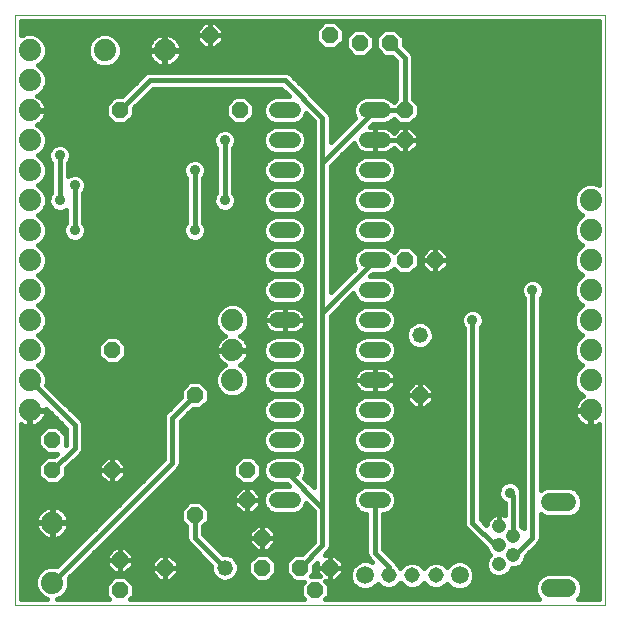
<source format=gbl>
G75*
%MOIN*%
%OFA0B0*%
%FSLAX25Y25*%
%IPPOS*%
%LPD*%
%AMOC8*
5,1,8,0,0,1.08239X$1,22.5*
%
%ADD10C,0.00000*%
%ADD11C,0.07400*%
%ADD12OC8,0.05200*%
%ADD13C,0.05200*%
%ADD14C,0.05200*%
%ADD15C,0.05937*%
%ADD16C,0.05150*%
%ADD17C,0.05937*%
%ADD18C,0.04756*%
%ADD19C,0.01600*%
%ADD20C,0.03562*%
D10*
X0011800Y0006800D02*
X0011800Y0203650D01*
X0208650Y0203650D01*
X0208650Y0006800D01*
X0011800Y0006800D01*
D11*
X0024300Y0014300D03*
X0024300Y0034300D03*
X0016800Y0071800D03*
X0016800Y0081800D03*
X0016800Y0091800D03*
X0016800Y0101800D03*
X0016800Y0111800D03*
X0016800Y0121800D03*
X0016800Y0131800D03*
X0016800Y0141800D03*
X0016800Y0151800D03*
X0016800Y0161800D03*
X0016800Y0171800D03*
X0016800Y0181800D03*
X0016800Y0191800D03*
X0041800Y0191800D03*
X0061800Y0191800D03*
X0084300Y0101800D03*
X0084300Y0091800D03*
X0084300Y0081800D03*
X0203800Y0081800D03*
X0203800Y0071800D03*
X0203800Y0091800D03*
X0203800Y0101800D03*
X0203800Y0111800D03*
X0203800Y0121800D03*
X0203800Y0131800D03*
X0203800Y0141800D03*
D12*
X0151800Y0121800D03*
X0141800Y0121800D03*
X0141800Y0161800D03*
X0141800Y0171800D03*
X0136800Y0194300D03*
X0126800Y0194300D03*
X0116800Y0196800D03*
X0086800Y0171800D03*
X0076800Y0196800D03*
X0046800Y0171800D03*
X0044300Y0091800D03*
X0071800Y0076800D03*
X0089300Y0051800D03*
X0089300Y0041800D03*
X0094300Y0029300D03*
X0094300Y0019300D03*
X0106800Y0019300D03*
X0111800Y0011800D03*
X0116800Y0019300D03*
X0071800Y0036800D03*
X0061800Y0019300D03*
X0046800Y0021800D03*
X0046800Y0011800D03*
X0044300Y0051800D03*
X0024300Y0051800D03*
X0024300Y0061800D03*
X0146800Y0076800D03*
D13*
X0146800Y0096800D03*
X0081800Y0019300D03*
D14*
X0099200Y0041800D02*
X0104400Y0041800D01*
X0104400Y0051800D02*
X0099200Y0051800D01*
X0099200Y0061800D02*
X0104400Y0061800D01*
X0104400Y0071800D02*
X0099200Y0071800D01*
X0099200Y0081800D02*
X0104400Y0081800D01*
X0104400Y0091800D02*
X0099200Y0091800D01*
X0099200Y0101800D02*
X0104400Y0101800D01*
X0104400Y0111800D02*
X0099200Y0111800D01*
X0099200Y0121800D02*
X0104400Y0121800D01*
X0104400Y0131800D02*
X0099200Y0131800D01*
X0099200Y0141800D02*
X0104400Y0141800D01*
X0104400Y0151800D02*
X0099200Y0151800D01*
X0099200Y0161800D02*
X0104400Y0161800D01*
X0104400Y0171800D02*
X0099200Y0171800D01*
X0129200Y0171800D02*
X0134400Y0171800D01*
X0134400Y0161800D02*
X0129200Y0161800D01*
X0129200Y0151800D02*
X0134400Y0151800D01*
X0134400Y0141800D02*
X0129200Y0141800D01*
X0129200Y0131800D02*
X0134400Y0131800D01*
X0134400Y0121800D02*
X0129200Y0121800D01*
X0129200Y0111800D02*
X0134400Y0111800D01*
X0134400Y0101800D02*
X0129200Y0101800D01*
X0129200Y0091800D02*
X0134400Y0091800D01*
X0134400Y0081800D02*
X0129200Y0081800D01*
X0129200Y0071800D02*
X0134400Y0071800D01*
X0134400Y0061800D02*
X0129200Y0061800D01*
X0129200Y0051800D02*
X0134400Y0051800D01*
X0134400Y0041800D02*
X0129200Y0041800D01*
D15*
X0128552Y0016800D03*
X0160048Y0016800D03*
D16*
X0152174Y0016800D03*
X0144300Y0016800D03*
X0136426Y0016800D03*
D17*
X0190091Y0012430D02*
X0196028Y0012430D01*
X0196028Y0041170D02*
X0190091Y0041170D01*
D18*
X0177902Y0029950D03*
X0173178Y0033099D03*
X0173178Y0026800D03*
X0177902Y0023650D03*
X0173178Y0020501D03*
D19*
X0177408Y0019272D02*
X0176889Y0018021D01*
X0175658Y0016789D01*
X0174049Y0016123D01*
X0172307Y0016123D01*
X0170698Y0016789D01*
X0169466Y0018021D01*
X0168800Y0019630D01*
X0168800Y0021372D01*
X0169466Y0022981D01*
X0170136Y0023650D01*
X0169466Y0024320D01*
X0168863Y0025777D01*
X0162714Y0031926D01*
X0161926Y0032714D01*
X0161500Y0033743D01*
X0161500Y0099253D01*
X0161095Y0099658D01*
X0160519Y0101048D01*
X0160519Y0102552D01*
X0161095Y0103942D01*
X0162158Y0105005D01*
X0163548Y0105581D01*
X0165052Y0105581D01*
X0166442Y0105005D01*
X0167505Y0103942D01*
X0168081Y0102552D01*
X0168081Y0101048D01*
X0167505Y0099658D01*
X0167100Y0099253D01*
X0167100Y0035460D01*
X0169018Y0033542D01*
X0169103Y0034078D01*
X0169306Y0034703D01*
X0169605Y0035289D01*
X0169991Y0035821D01*
X0170456Y0036286D01*
X0170988Y0036673D01*
X0171574Y0036971D01*
X0172200Y0037174D01*
X0172849Y0037277D01*
X0173178Y0037277D01*
X0173178Y0033099D01*
X0173178Y0033099D01*
X0173178Y0037277D01*
X0173507Y0037277D01*
X0174156Y0037174D01*
X0174782Y0036971D01*
X0175102Y0036808D01*
X0175102Y0040911D01*
X0174658Y0041095D01*
X0173595Y0042158D01*
X0173019Y0043548D01*
X0173019Y0045052D01*
X0173595Y0046442D01*
X0174658Y0047505D01*
X0176048Y0048081D01*
X0177552Y0048081D01*
X0178942Y0047505D01*
X0180005Y0046442D01*
X0180581Y0045052D01*
X0180581Y0044047D01*
X0180702Y0043755D01*
X0180702Y0033341D01*
X0181500Y0032543D01*
X0181500Y0109253D01*
X0181095Y0109658D01*
X0180519Y0111048D01*
X0180519Y0112552D01*
X0181095Y0113942D01*
X0182158Y0115005D01*
X0183548Y0115581D01*
X0185052Y0115581D01*
X0186442Y0115005D01*
X0187505Y0113942D01*
X0188081Y0112552D01*
X0188081Y0111048D01*
X0187505Y0109658D01*
X0187100Y0109253D01*
X0187100Y0045205D01*
X0187277Y0045382D01*
X0189103Y0046139D01*
X0197017Y0046139D01*
X0198843Y0045382D01*
X0200240Y0043984D01*
X0200997Y0042158D01*
X0200997Y0040182D01*
X0200240Y0038356D01*
X0198843Y0036958D01*
X0197017Y0036202D01*
X0189103Y0036202D01*
X0187277Y0036958D01*
X0187100Y0037135D01*
X0187100Y0028743D01*
X0186674Y0027714D01*
X0185886Y0026926D01*
X0182280Y0023321D01*
X0182280Y0022780D01*
X0181614Y0021170D01*
X0180382Y0019939D01*
X0178773Y0019272D01*
X0177408Y0019272D01*
X0176858Y0017990D02*
X0206650Y0017990D01*
X0206650Y0019588D02*
X0179535Y0019588D01*
X0181620Y0021187D02*
X0206650Y0021187D01*
X0206650Y0022785D02*
X0182280Y0022785D01*
X0183343Y0024384D02*
X0206650Y0024384D01*
X0206650Y0025982D02*
X0184942Y0025982D01*
X0186540Y0027581D02*
X0206650Y0027581D01*
X0206650Y0029179D02*
X0187100Y0029179D01*
X0187100Y0030778D02*
X0206650Y0030778D01*
X0206650Y0032376D02*
X0187100Y0032376D01*
X0187100Y0033975D02*
X0206650Y0033975D01*
X0206650Y0035573D02*
X0187100Y0035573D01*
X0181500Y0035573D02*
X0180702Y0035573D01*
X0180702Y0033975D02*
X0181500Y0033975D01*
X0181500Y0037172D02*
X0180702Y0037172D01*
X0180702Y0038770D02*
X0181500Y0038770D01*
X0181500Y0040369D02*
X0180702Y0040369D01*
X0180702Y0041967D02*
X0181500Y0041967D01*
X0181500Y0043566D02*
X0180702Y0043566D01*
X0180535Y0045164D02*
X0181500Y0045164D01*
X0181500Y0046763D02*
X0179684Y0046763D01*
X0181500Y0048361D02*
X0167100Y0048361D01*
X0167100Y0046763D02*
X0173916Y0046763D01*
X0173065Y0045164D02*
X0167100Y0045164D01*
X0167100Y0043566D02*
X0173019Y0043566D01*
X0173785Y0041967D02*
X0167100Y0041967D01*
X0167100Y0040369D02*
X0175102Y0040369D01*
X0175102Y0038770D02*
X0167100Y0038770D01*
X0167100Y0037172D02*
X0172192Y0037172D01*
X0173178Y0037172D02*
X0173178Y0037172D01*
X0174164Y0037172D02*
X0175102Y0037172D01*
X0173178Y0035573D02*
X0173178Y0035573D01*
X0173178Y0033975D02*
X0173178Y0033975D01*
X0169811Y0035573D02*
X0167100Y0035573D01*
X0168585Y0033975D02*
X0169087Y0033975D01*
X0164300Y0034300D02*
X0164300Y0101800D01*
X0167361Y0099514D02*
X0181500Y0099514D01*
X0181500Y0101112D02*
X0168081Y0101112D01*
X0168015Y0102711D02*
X0181500Y0102711D01*
X0181500Y0104309D02*
X0167138Y0104309D01*
X0161462Y0104309D02*
X0138340Y0104309D01*
X0138300Y0104406D02*
X0137006Y0105700D01*
X0135315Y0106400D01*
X0128285Y0106400D01*
X0126594Y0105700D01*
X0125300Y0104406D01*
X0124600Y0102715D01*
X0124600Y0100885D01*
X0125300Y0099194D01*
X0126594Y0097900D01*
X0128285Y0097200D01*
X0135315Y0097200D01*
X0137006Y0097900D01*
X0138300Y0099194D01*
X0139000Y0100885D01*
X0139000Y0102715D01*
X0138300Y0104406D01*
X0139000Y0102711D02*
X0160585Y0102711D01*
X0160519Y0101112D02*
X0148410Y0101112D01*
X0147715Y0101400D02*
X0145885Y0101400D01*
X0144194Y0100700D01*
X0142900Y0099406D01*
X0142200Y0097715D01*
X0142200Y0095885D01*
X0142900Y0094194D01*
X0144194Y0092900D01*
X0145885Y0092200D01*
X0147715Y0092200D01*
X0149406Y0092900D01*
X0150700Y0094194D01*
X0151400Y0095885D01*
X0151400Y0097715D01*
X0150700Y0099406D01*
X0149406Y0100700D01*
X0147715Y0101400D01*
X0145190Y0101112D02*
X0139000Y0101112D01*
X0138432Y0099514D02*
X0143008Y0099514D01*
X0142283Y0097915D02*
X0137021Y0097915D01*
X0135516Y0096317D02*
X0142200Y0096317D01*
X0142683Y0094718D02*
X0137987Y0094718D01*
X0138300Y0094406D02*
X0137006Y0095700D01*
X0135315Y0096400D01*
X0128285Y0096400D01*
X0126594Y0095700D01*
X0125300Y0094406D01*
X0124600Y0092715D01*
X0124600Y0090885D01*
X0125300Y0089194D01*
X0126594Y0087900D01*
X0128285Y0087200D01*
X0135315Y0087200D01*
X0137006Y0087900D01*
X0138300Y0089194D01*
X0139000Y0090885D01*
X0139000Y0092715D01*
X0138300Y0094406D01*
X0138832Y0093120D02*
X0143975Y0093120D01*
X0139000Y0091521D02*
X0161500Y0091521D01*
X0161500Y0089923D02*
X0138601Y0089923D01*
X0137429Y0088324D02*
X0161500Y0088324D01*
X0161500Y0086726D02*
X0117100Y0086726D01*
X0117100Y0088324D02*
X0126171Y0088324D01*
X0124999Y0089923D02*
X0117100Y0089923D01*
X0117100Y0091521D02*
X0124600Y0091521D01*
X0124768Y0093120D02*
X0117100Y0093120D01*
X0117100Y0094718D02*
X0125613Y0094718D01*
X0128084Y0096317D02*
X0117100Y0096317D01*
X0117100Y0097915D02*
X0126579Y0097915D01*
X0125168Y0099514D02*
X0117100Y0099514D01*
X0117100Y0101112D02*
X0124600Y0101112D01*
X0124600Y0102711D02*
X0117100Y0102711D01*
X0117100Y0103140D02*
X0124672Y0110712D01*
X0125300Y0109194D01*
X0126594Y0107900D01*
X0128285Y0107200D01*
X0135315Y0107200D01*
X0137006Y0107900D01*
X0138300Y0109194D01*
X0139000Y0110885D01*
X0139000Y0112715D01*
X0138300Y0114406D01*
X0137006Y0115700D01*
X0135315Y0116400D01*
X0130360Y0116400D01*
X0131160Y0117200D01*
X0135315Y0117200D01*
X0137006Y0117900D01*
X0138100Y0118995D01*
X0139895Y0117200D01*
X0143705Y0117200D01*
X0146400Y0119895D01*
X0146400Y0123705D01*
X0143705Y0126400D01*
X0139895Y0126400D01*
X0138100Y0124605D01*
X0137006Y0125700D01*
X0135315Y0126400D01*
X0128285Y0126400D01*
X0126594Y0125700D01*
X0125300Y0124406D01*
X0124600Y0122715D01*
X0124600Y0120885D01*
X0125281Y0119241D01*
X0117100Y0111060D01*
X0117100Y0153140D01*
X0124884Y0160924D01*
X0124908Y0160770D01*
X0125122Y0160111D01*
X0125437Y0159494D01*
X0125844Y0158934D01*
X0126334Y0158444D01*
X0126894Y0158037D01*
X0127511Y0157722D01*
X0128170Y0157508D01*
X0128854Y0157400D01*
X0131800Y0157400D01*
X0134746Y0157400D01*
X0135430Y0157508D01*
X0136089Y0157722D01*
X0136706Y0158037D01*
X0137266Y0158444D01*
X0137756Y0158934D01*
X0138046Y0159332D01*
X0139977Y0157400D01*
X0141800Y0157400D01*
X0143623Y0157400D01*
X0146200Y0159977D01*
X0146200Y0161800D01*
X0146200Y0163623D01*
X0143623Y0166200D01*
X0141800Y0166200D01*
X0141800Y0161800D01*
X0141800Y0161800D01*
X0146200Y0161800D01*
X0141800Y0161800D01*
X0141800Y0161800D01*
X0141800Y0161800D01*
X0137400Y0161800D01*
X0131800Y0161800D01*
X0131800Y0161800D01*
X0131800Y0161800D01*
X0131800Y0166200D01*
X0134746Y0166200D01*
X0135430Y0166092D01*
X0136089Y0165878D01*
X0136706Y0165563D01*
X0137266Y0165156D01*
X0137756Y0164666D01*
X0138046Y0164268D01*
X0139977Y0166200D01*
X0141800Y0166200D01*
X0141800Y0161800D01*
X0141800Y0157400D01*
X0141800Y0161800D01*
X0141800Y0161800D01*
X0131800Y0161800D01*
X0131800Y0166200D01*
X0130160Y0166200D01*
X0131160Y0167200D01*
X0135315Y0167200D01*
X0137006Y0167900D01*
X0138100Y0168995D01*
X0139895Y0167200D01*
X0143705Y0167200D01*
X0146400Y0169895D01*
X0146400Y0173705D01*
X0144600Y0175505D01*
X0144600Y0189857D01*
X0144174Y0190886D01*
X0141400Y0193660D01*
X0141400Y0196205D01*
X0138705Y0198900D01*
X0134895Y0198900D01*
X0132200Y0196205D01*
X0132200Y0192395D01*
X0134895Y0189700D01*
X0137440Y0189700D01*
X0139000Y0188140D01*
X0139000Y0175505D01*
X0138100Y0174605D01*
X0137006Y0175700D01*
X0135315Y0176400D01*
X0128285Y0176400D01*
X0126594Y0175700D01*
X0125300Y0174406D01*
X0124600Y0172715D01*
X0124600Y0170885D01*
X0125281Y0169241D01*
X0117100Y0161060D01*
X0117100Y0169857D01*
X0116674Y0170886D01*
X0104174Y0183386D01*
X0103386Y0184174D01*
X0102357Y0184600D01*
X0056243Y0184600D01*
X0055214Y0184174D01*
X0047440Y0176400D01*
X0044895Y0176400D01*
X0042200Y0173705D01*
X0042200Y0169895D01*
X0044895Y0167200D01*
X0048705Y0167200D01*
X0051400Y0169895D01*
X0051400Y0172440D01*
X0057960Y0179000D01*
X0100640Y0179000D01*
X0103240Y0176400D01*
X0098285Y0176400D01*
X0096594Y0175700D01*
X0095300Y0174406D01*
X0094600Y0172715D01*
X0094600Y0170885D01*
X0095300Y0169194D01*
X0096594Y0167900D01*
X0098285Y0167200D01*
X0105315Y0167200D01*
X0107006Y0167900D01*
X0108300Y0169194D01*
X0108928Y0170712D01*
X0111500Y0168140D01*
X0111500Y0046060D01*
X0108319Y0049241D01*
X0109000Y0050885D01*
X0109000Y0052715D01*
X0108300Y0054406D01*
X0107006Y0055700D01*
X0105315Y0056400D01*
X0098285Y0056400D01*
X0096594Y0055700D01*
X0095300Y0054406D01*
X0094600Y0052715D01*
X0094600Y0050885D01*
X0095300Y0049194D01*
X0096594Y0047900D01*
X0098285Y0047200D01*
X0102440Y0047200D01*
X0103240Y0046400D01*
X0098285Y0046400D01*
X0096594Y0045700D01*
X0095300Y0044406D01*
X0094600Y0042715D01*
X0094600Y0040885D01*
X0095300Y0039194D01*
X0096594Y0037900D01*
X0098285Y0037200D01*
X0105315Y0037200D01*
X0107006Y0037900D01*
X0108300Y0039194D01*
X0108928Y0040712D01*
X0111500Y0038140D01*
X0111500Y0027960D01*
X0107440Y0023900D01*
X0104895Y0023900D01*
X0102200Y0021205D01*
X0102200Y0017395D01*
X0104895Y0014700D01*
X0108195Y0014700D01*
X0107200Y0013705D01*
X0107200Y0009895D01*
X0108295Y0008800D01*
X0050305Y0008800D01*
X0051400Y0009895D01*
X0051400Y0013705D01*
X0048705Y0016400D01*
X0044895Y0016400D01*
X0042200Y0013705D01*
X0042200Y0009895D01*
X0043295Y0008800D01*
X0025917Y0008800D01*
X0027529Y0009468D01*
X0029132Y0011071D01*
X0030000Y0013166D01*
X0030000Y0015434D01*
X0029822Y0015863D01*
X0065886Y0051926D01*
X0066674Y0052714D01*
X0067100Y0053743D01*
X0067100Y0068140D01*
X0071160Y0072200D01*
X0073705Y0072200D01*
X0076400Y0074895D01*
X0076400Y0078705D01*
X0073705Y0081400D01*
X0069895Y0081400D01*
X0067200Y0078705D01*
X0067200Y0076160D01*
X0061926Y0070886D01*
X0061500Y0069857D01*
X0061500Y0055460D01*
X0025863Y0019822D01*
X0025434Y0020000D01*
X0023166Y0020000D01*
X0021071Y0019132D01*
X0019468Y0017529D01*
X0018600Y0015434D01*
X0018600Y0013166D01*
X0019468Y0011071D01*
X0021071Y0009468D01*
X0022683Y0008800D01*
X0013800Y0008800D01*
X0013800Y0067181D01*
X0013917Y0067096D01*
X0014689Y0066703D01*
X0015512Y0066435D01*
X0016367Y0066300D01*
X0016600Y0066300D01*
X0016600Y0071600D01*
X0017000Y0071600D01*
X0017000Y0072000D01*
X0022300Y0072000D01*
X0022300Y0072233D01*
X0022280Y0072360D01*
X0029000Y0065640D01*
X0029000Y0060460D01*
X0028900Y0060360D01*
X0028900Y0063705D01*
X0026205Y0066400D01*
X0022395Y0066400D01*
X0019700Y0063705D01*
X0019700Y0059895D01*
X0022395Y0057200D01*
X0025740Y0057200D01*
X0024940Y0056400D01*
X0022395Y0056400D01*
X0019700Y0053705D01*
X0019700Y0049895D01*
X0022395Y0047200D01*
X0026205Y0047200D01*
X0028900Y0049895D01*
X0028900Y0052440D01*
X0033386Y0056926D01*
X0034174Y0057714D01*
X0034600Y0058743D01*
X0034600Y0067357D01*
X0034174Y0068386D01*
X0022322Y0080237D01*
X0022500Y0080666D01*
X0022500Y0082934D01*
X0021632Y0085029D01*
X0020029Y0086632D01*
X0019624Y0086800D01*
X0020029Y0086968D01*
X0021632Y0088571D01*
X0022500Y0090666D01*
X0022500Y0092934D01*
X0021632Y0095029D01*
X0020029Y0096632D01*
X0019624Y0096800D01*
X0020029Y0096968D01*
X0021632Y0098571D01*
X0022500Y0100666D01*
X0022500Y0102934D01*
X0021632Y0105029D01*
X0020029Y0106632D01*
X0019624Y0106800D01*
X0020029Y0106968D01*
X0021632Y0108571D01*
X0022500Y0110666D01*
X0022500Y0112934D01*
X0021632Y0115029D01*
X0020029Y0116632D01*
X0019624Y0116800D01*
X0020029Y0116968D01*
X0021632Y0118571D01*
X0022500Y0120666D01*
X0022500Y0122934D01*
X0021632Y0125029D01*
X0020029Y0126632D01*
X0019624Y0126800D01*
X0020029Y0126968D01*
X0021632Y0128571D01*
X0022500Y0130666D01*
X0022500Y0132934D01*
X0021632Y0135029D01*
X0020029Y0136632D01*
X0019624Y0136800D01*
X0020029Y0136968D01*
X0021632Y0138571D01*
X0022500Y0140666D01*
X0022500Y0142934D01*
X0021632Y0145029D01*
X0020029Y0146632D01*
X0019624Y0146800D01*
X0020029Y0146968D01*
X0021632Y0148571D01*
X0022500Y0150666D01*
X0024000Y0150666D01*
X0022500Y0150666D02*
X0022500Y0152934D01*
X0021632Y0155029D01*
X0020029Y0156632D01*
X0019624Y0156800D01*
X0020029Y0156968D01*
X0021632Y0158571D01*
X0022500Y0160666D01*
X0022500Y0162934D01*
X0021632Y0165029D01*
X0020029Y0166632D01*
X0019336Y0166919D01*
X0019683Y0167096D01*
X0020383Y0167605D01*
X0020995Y0168217D01*
X0021504Y0168917D01*
X0021897Y0169689D01*
X0022165Y0170512D01*
X0022300Y0171367D01*
X0022300Y0171600D01*
X0017000Y0171600D01*
X0017000Y0172000D01*
X0022300Y0172000D01*
X0022300Y0172233D01*
X0022165Y0173088D01*
X0021897Y0173911D01*
X0021504Y0174683D01*
X0020995Y0175383D01*
X0020383Y0175995D01*
X0019683Y0176504D01*
X0019336Y0176681D01*
X0020029Y0176968D01*
X0021632Y0178571D01*
X0022500Y0180666D01*
X0022500Y0182934D01*
X0021632Y0185029D01*
X0020029Y0186632D01*
X0019624Y0186800D01*
X0020029Y0186968D01*
X0021632Y0188571D01*
X0022500Y0190666D01*
X0022500Y0192934D01*
X0021632Y0195029D01*
X0020029Y0196632D01*
X0017934Y0197500D01*
X0015666Y0197500D01*
X0013800Y0196727D01*
X0013800Y0201650D01*
X0206650Y0201650D01*
X0206650Y0146789D01*
X0204934Y0147500D01*
X0202666Y0147500D01*
X0200571Y0146632D01*
X0198968Y0145029D01*
X0198100Y0142934D01*
X0198100Y0140666D01*
X0198968Y0138571D01*
X0200571Y0136968D01*
X0200976Y0136800D01*
X0200571Y0136632D01*
X0198968Y0135029D01*
X0198100Y0132934D01*
X0198100Y0130666D01*
X0198968Y0128571D01*
X0200571Y0126968D01*
X0200976Y0126800D01*
X0200571Y0126632D01*
X0198968Y0125029D01*
X0198100Y0122934D01*
X0198100Y0120666D01*
X0198968Y0118571D01*
X0200571Y0116968D01*
X0200976Y0116800D01*
X0200571Y0116632D01*
X0198968Y0115029D01*
X0198100Y0112934D01*
X0198100Y0110666D01*
X0198968Y0108571D01*
X0200571Y0106968D01*
X0200976Y0106800D01*
X0200571Y0106632D01*
X0198968Y0105029D01*
X0198100Y0102934D01*
X0198100Y0100666D01*
X0198968Y0098571D01*
X0200571Y0096968D01*
X0200976Y0096800D01*
X0200571Y0096632D01*
X0198968Y0095029D01*
X0198100Y0092934D01*
X0198100Y0090666D01*
X0198968Y0088571D01*
X0200571Y0086968D01*
X0200976Y0086800D01*
X0200571Y0086632D01*
X0198968Y0085029D01*
X0198100Y0082934D01*
X0198100Y0080666D01*
X0198968Y0078571D01*
X0200571Y0076968D01*
X0201264Y0076681D01*
X0200917Y0076504D01*
X0200217Y0075995D01*
X0199605Y0075383D01*
X0199096Y0074683D01*
X0198703Y0073911D01*
X0198435Y0073088D01*
X0198300Y0072233D01*
X0198300Y0072000D01*
X0203600Y0072000D01*
X0203600Y0071600D01*
X0204000Y0071600D01*
X0204000Y0066300D01*
X0204233Y0066300D01*
X0205088Y0066435D01*
X0205911Y0066703D01*
X0206650Y0067080D01*
X0206650Y0008800D01*
X0199425Y0008800D01*
X0200240Y0009615D01*
X0200997Y0011442D01*
X0200997Y0013418D01*
X0200240Y0015244D01*
X0198843Y0016642D01*
X0197017Y0017398D01*
X0189103Y0017398D01*
X0187277Y0016642D01*
X0185879Y0015244D01*
X0185123Y0013418D01*
X0185123Y0011442D01*
X0185879Y0009615D01*
X0186695Y0008800D01*
X0115305Y0008800D01*
X0116400Y0009895D01*
X0116400Y0013705D01*
X0115205Y0014900D01*
X0116800Y0014900D01*
X0118623Y0014900D01*
X0121200Y0017477D01*
X0121200Y0019300D01*
X0121200Y0021123D01*
X0118623Y0023700D01*
X0116800Y0023700D01*
X0116800Y0019300D01*
X0116800Y0019300D01*
X0121200Y0019300D01*
X0116800Y0019300D01*
X0116800Y0019300D01*
X0116800Y0023700D01*
X0115160Y0023700D01*
X0115886Y0024426D01*
X0116674Y0025214D01*
X0117100Y0026243D01*
X0117100Y0103140D01*
X0118269Y0104309D02*
X0125260Y0104309D01*
X0127097Y0105908D02*
X0119867Y0105908D01*
X0121466Y0107506D02*
X0127546Y0107506D01*
X0125390Y0109105D02*
X0123065Y0109105D01*
X0124663Y0110703D02*
X0124675Y0110703D01*
X0121539Y0115499D02*
X0117100Y0115499D01*
X0117100Y0117097D02*
X0123137Y0117097D01*
X0124736Y0118696D02*
X0117100Y0118696D01*
X0117100Y0120294D02*
X0124845Y0120294D01*
X0124600Y0121893D02*
X0117100Y0121893D01*
X0117100Y0123491D02*
X0124922Y0123491D01*
X0125984Y0125090D02*
X0117100Y0125090D01*
X0117100Y0126688D02*
X0200707Y0126688D01*
X0199252Y0128287D02*
X0137392Y0128287D01*
X0137006Y0127900D02*
X0138300Y0129194D01*
X0139000Y0130885D01*
X0139000Y0132715D01*
X0138300Y0134406D01*
X0137006Y0135700D01*
X0135315Y0136400D01*
X0128285Y0136400D01*
X0126594Y0135700D01*
X0125300Y0134406D01*
X0124600Y0132715D01*
X0124600Y0130885D01*
X0125300Y0129194D01*
X0126594Y0127900D01*
X0128285Y0127200D01*
X0135315Y0127200D01*
X0137006Y0127900D01*
X0138586Y0129885D02*
X0198423Y0129885D01*
X0198100Y0131484D02*
X0139000Y0131484D01*
X0138848Y0133082D02*
X0198162Y0133082D01*
X0198824Y0134681D02*
X0138024Y0134681D01*
X0135606Y0136279D02*
X0200218Y0136279D01*
X0199661Y0137878D02*
X0136952Y0137878D01*
X0137006Y0137900D02*
X0138300Y0139194D01*
X0139000Y0140885D01*
X0139000Y0142715D01*
X0138300Y0144406D01*
X0137006Y0145700D01*
X0135315Y0146400D01*
X0128285Y0146400D01*
X0126594Y0145700D01*
X0125300Y0144406D01*
X0124600Y0142715D01*
X0124600Y0140885D01*
X0125300Y0139194D01*
X0126594Y0137900D01*
X0128285Y0137200D01*
X0135315Y0137200D01*
X0137006Y0137900D01*
X0138417Y0139476D02*
X0198593Y0139476D01*
X0198100Y0141075D02*
X0139000Y0141075D01*
X0139000Y0142673D02*
X0198100Y0142673D01*
X0198654Y0144272D02*
X0138355Y0144272D01*
X0136593Y0145870D02*
X0199809Y0145870D01*
X0202591Y0147469D02*
X0135964Y0147469D01*
X0135315Y0147200D02*
X0137006Y0147900D01*
X0138300Y0149194D01*
X0139000Y0150885D01*
X0139000Y0152715D01*
X0138300Y0154406D01*
X0137006Y0155700D01*
X0135315Y0156400D01*
X0128285Y0156400D01*
X0126594Y0155700D01*
X0125300Y0154406D01*
X0124600Y0152715D01*
X0124600Y0150885D01*
X0125300Y0149194D01*
X0126594Y0147900D01*
X0128285Y0147200D01*
X0135315Y0147200D01*
X0138173Y0149068D02*
X0206650Y0149068D01*
X0206650Y0150666D02*
X0138909Y0150666D01*
X0139000Y0152265D02*
X0206650Y0152265D01*
X0206650Y0153863D02*
X0138524Y0153863D01*
X0137244Y0155462D02*
X0206650Y0155462D01*
X0206650Y0157060D02*
X0121020Y0157060D01*
X0122618Y0158659D02*
X0126119Y0158659D01*
X0125075Y0160257D02*
X0124217Y0160257D01*
X0126356Y0155462D02*
X0119421Y0155462D01*
X0117823Y0153863D02*
X0125076Y0153863D01*
X0124600Y0152265D02*
X0117100Y0152265D01*
X0117100Y0150666D02*
X0124691Y0150666D01*
X0125427Y0149068D02*
X0117100Y0149068D01*
X0117100Y0147469D02*
X0127636Y0147469D01*
X0127007Y0145870D02*
X0117100Y0145870D01*
X0117100Y0144272D02*
X0125245Y0144272D01*
X0124600Y0142673D02*
X0117100Y0142673D01*
X0117100Y0141075D02*
X0124600Y0141075D01*
X0125183Y0139476D02*
X0117100Y0139476D01*
X0117100Y0137878D02*
X0126648Y0137878D01*
X0127994Y0136279D02*
X0117100Y0136279D01*
X0117100Y0134681D02*
X0125576Y0134681D01*
X0124752Y0133082D02*
X0117100Y0133082D01*
X0117100Y0131484D02*
X0124600Y0131484D01*
X0125014Y0129885D02*
X0117100Y0129885D01*
X0117100Y0128287D02*
X0126208Y0128287D01*
X0131800Y0121800D02*
X0114300Y0104300D01*
X0114300Y0154300D01*
X0114300Y0169300D01*
X0101800Y0181800D01*
X0056800Y0181800D01*
X0046800Y0171800D01*
X0051400Y0171447D02*
X0082200Y0171447D01*
X0082200Y0169895D02*
X0084895Y0167200D01*
X0088705Y0167200D01*
X0091400Y0169895D01*
X0091400Y0173705D01*
X0088705Y0176400D01*
X0084895Y0176400D01*
X0082200Y0173705D01*
X0082200Y0169895D01*
X0082246Y0169848D02*
X0051354Y0169848D01*
X0049755Y0168250D02*
X0083845Y0168250D01*
X0082552Y0165581D02*
X0081048Y0165581D01*
X0079658Y0165005D01*
X0078595Y0163942D01*
X0078019Y0162552D01*
X0078019Y0161048D01*
X0078595Y0159658D01*
X0079000Y0159253D01*
X0079000Y0144347D01*
X0078595Y0143942D01*
X0078019Y0142552D01*
X0078019Y0141048D01*
X0078595Y0139658D01*
X0079658Y0138595D01*
X0081048Y0138019D01*
X0082552Y0138019D01*
X0083942Y0138595D01*
X0085005Y0139658D01*
X0085581Y0141048D01*
X0085581Y0142552D01*
X0085005Y0143942D01*
X0084600Y0144347D01*
X0084600Y0159253D01*
X0085005Y0159658D01*
X0085581Y0161048D01*
X0085581Y0162552D01*
X0085005Y0163942D01*
X0083942Y0165005D01*
X0082552Y0165581D01*
X0083828Y0165053D02*
X0095947Y0165053D01*
X0096594Y0165700D02*
X0095300Y0164406D01*
X0094600Y0162715D01*
X0094600Y0160885D01*
X0095300Y0159194D01*
X0096594Y0157900D01*
X0098285Y0157200D01*
X0105315Y0157200D01*
X0107006Y0157900D01*
X0108300Y0159194D01*
X0109000Y0160885D01*
X0109000Y0162715D01*
X0108300Y0164406D01*
X0107006Y0165700D01*
X0105315Y0166400D01*
X0098285Y0166400D01*
X0096594Y0165700D01*
X0096245Y0168250D02*
X0089755Y0168250D01*
X0091354Y0169848D02*
X0095029Y0169848D01*
X0094600Y0171447D02*
X0091400Y0171447D01*
X0091400Y0173045D02*
X0094737Y0173045D01*
X0095538Y0174644D02*
X0090462Y0174644D01*
X0088863Y0176242D02*
X0097904Y0176242D01*
X0101799Y0177841D02*
X0056800Y0177841D01*
X0055202Y0176242D02*
X0084737Y0176242D01*
X0083138Y0174644D02*
X0053603Y0174644D01*
X0052005Y0173045D02*
X0082200Y0173045D01*
X0079772Y0165053D02*
X0021608Y0165053D01*
X0022284Y0163454D02*
X0078393Y0163454D01*
X0078019Y0161856D02*
X0022500Y0161856D01*
X0022331Y0160257D02*
X0025266Y0160257D01*
X0024658Y0160005D02*
X0023595Y0158942D01*
X0023019Y0157552D01*
X0023019Y0156048D01*
X0023595Y0154658D01*
X0024000Y0154253D01*
X0024000Y0144347D01*
X0023595Y0143942D01*
X0023019Y0142552D01*
X0023019Y0141048D01*
X0023595Y0139658D01*
X0024658Y0138595D01*
X0026048Y0138019D01*
X0027552Y0138019D01*
X0028942Y0138595D01*
X0029000Y0138653D01*
X0029000Y0134347D01*
X0028595Y0133942D01*
X0028019Y0132552D01*
X0028019Y0131048D01*
X0028595Y0129658D01*
X0029658Y0128595D01*
X0031048Y0128019D01*
X0032552Y0128019D01*
X0033942Y0128595D01*
X0035005Y0129658D01*
X0035581Y0131048D01*
X0035581Y0132552D01*
X0035005Y0133942D01*
X0034600Y0134347D01*
X0034600Y0144253D01*
X0035005Y0144658D01*
X0035581Y0146048D01*
X0035581Y0147552D01*
X0035005Y0148942D01*
X0033942Y0150005D01*
X0032552Y0150581D01*
X0031048Y0150581D01*
X0029658Y0150005D01*
X0029600Y0149947D01*
X0029600Y0154253D01*
X0030005Y0154658D01*
X0030581Y0156048D01*
X0030581Y0157552D01*
X0030005Y0158942D01*
X0028942Y0160005D01*
X0027552Y0160581D01*
X0026048Y0160581D01*
X0024658Y0160005D01*
X0023477Y0158659D02*
X0021668Y0158659D01*
X0023019Y0157060D02*
X0020121Y0157060D01*
X0021199Y0155462D02*
X0023262Y0155462D01*
X0024000Y0153863D02*
X0022115Y0153863D01*
X0022500Y0152265D02*
X0024000Y0152265D01*
X0024000Y0149068D02*
X0021838Y0149068D01*
X0020530Y0147469D02*
X0024000Y0147469D01*
X0024000Y0145870D02*
X0020791Y0145870D01*
X0021946Y0144272D02*
X0023925Y0144272D01*
X0023069Y0142673D02*
X0022500Y0142673D01*
X0022500Y0141075D02*
X0023019Y0141075D01*
X0023776Y0139476D02*
X0022007Y0139476D01*
X0020939Y0137878D02*
X0029000Y0137878D01*
X0029000Y0136279D02*
X0020382Y0136279D01*
X0021776Y0134681D02*
X0029000Y0134681D01*
X0028239Y0133082D02*
X0022438Y0133082D01*
X0022500Y0131484D02*
X0028019Y0131484D01*
X0028500Y0129885D02*
X0022177Y0129885D01*
X0021348Y0128287D02*
X0030401Y0128287D01*
X0033199Y0128287D02*
X0070401Y0128287D01*
X0071048Y0128019D02*
X0072552Y0128019D01*
X0073942Y0128595D01*
X0075005Y0129658D01*
X0075581Y0131048D01*
X0075581Y0132552D01*
X0075005Y0133942D01*
X0074600Y0134347D01*
X0074600Y0149253D01*
X0075005Y0149658D01*
X0075581Y0151048D01*
X0075581Y0152552D01*
X0075005Y0153942D01*
X0073942Y0155005D01*
X0072552Y0155581D01*
X0071048Y0155581D01*
X0069658Y0155005D01*
X0068595Y0153942D01*
X0068019Y0152552D01*
X0068019Y0151048D01*
X0068595Y0149658D01*
X0069000Y0149253D01*
X0069000Y0134347D01*
X0068595Y0133942D01*
X0068019Y0132552D01*
X0068019Y0131048D01*
X0068595Y0129658D01*
X0069658Y0128595D01*
X0071048Y0128019D01*
X0073199Y0128287D02*
X0096208Y0128287D01*
X0096594Y0127900D02*
X0098285Y0127200D01*
X0105315Y0127200D01*
X0107006Y0127900D01*
X0108300Y0129194D01*
X0109000Y0130885D01*
X0109000Y0132715D01*
X0108300Y0134406D01*
X0107006Y0135700D01*
X0105315Y0136400D01*
X0098285Y0136400D01*
X0096594Y0135700D01*
X0095300Y0134406D01*
X0094600Y0132715D01*
X0094600Y0130885D01*
X0095300Y0129194D01*
X0096594Y0127900D01*
X0096594Y0125700D02*
X0095300Y0124406D01*
X0094600Y0122715D01*
X0094600Y0120885D01*
X0095300Y0119194D01*
X0096594Y0117900D01*
X0098285Y0117200D01*
X0105315Y0117200D01*
X0107006Y0117900D01*
X0108300Y0119194D01*
X0109000Y0120885D01*
X0109000Y0122715D01*
X0108300Y0124406D01*
X0107006Y0125700D01*
X0105315Y0126400D01*
X0098285Y0126400D01*
X0096594Y0125700D01*
X0095984Y0125090D02*
X0021571Y0125090D01*
X0022269Y0123491D02*
X0094922Y0123491D01*
X0094600Y0121893D02*
X0022500Y0121893D01*
X0022346Y0120294D02*
X0094845Y0120294D01*
X0095799Y0118696D02*
X0021684Y0118696D01*
X0020158Y0117097D02*
X0111500Y0117097D01*
X0111500Y0115499D02*
X0107207Y0115499D01*
X0107006Y0115700D02*
X0108300Y0114406D01*
X0109000Y0112715D01*
X0109000Y0110885D01*
X0108300Y0109194D01*
X0107006Y0107900D01*
X0105315Y0107200D01*
X0098285Y0107200D01*
X0096594Y0107900D01*
X0095300Y0109194D01*
X0094600Y0110885D01*
X0094600Y0112715D01*
X0095300Y0114406D01*
X0096594Y0115700D01*
X0098285Y0116400D01*
X0105315Y0116400D01*
X0107006Y0115700D01*
X0108509Y0113900D02*
X0111500Y0113900D01*
X0111500Y0112302D02*
X0109000Y0112302D01*
X0108925Y0110703D02*
X0111500Y0110703D01*
X0111500Y0109105D02*
X0108210Y0109105D01*
X0106054Y0107506D02*
X0111500Y0107506D01*
X0111500Y0105908D02*
X0105996Y0105908D01*
X0106089Y0105878D02*
X0105430Y0106092D01*
X0104746Y0106200D01*
X0101800Y0106200D01*
X0101800Y0101800D01*
X0101800Y0101800D01*
X0108800Y0101800D01*
X0108800Y0102146D01*
X0108692Y0102830D01*
X0108478Y0103489D01*
X0108163Y0104106D01*
X0107756Y0104666D01*
X0107266Y0105156D01*
X0106706Y0105563D01*
X0106089Y0105878D01*
X0108016Y0104309D02*
X0111500Y0104309D01*
X0111500Y0102711D02*
X0108711Y0102711D01*
X0108800Y0101800D02*
X0101800Y0101800D01*
X0101800Y0101800D01*
X0101800Y0097400D01*
X0104746Y0097400D01*
X0105430Y0097508D01*
X0106089Y0097722D01*
X0106706Y0098037D01*
X0107266Y0098444D01*
X0107756Y0098934D01*
X0108163Y0099494D01*
X0108478Y0100111D01*
X0108692Y0100770D01*
X0108800Y0101454D01*
X0108800Y0101800D01*
X0108746Y0101112D02*
X0111500Y0101112D01*
X0111500Y0099514D02*
X0108173Y0099514D01*
X0106467Y0097915D02*
X0111500Y0097915D01*
X0111500Y0096317D02*
X0105516Y0096317D01*
X0105315Y0096400D02*
X0107006Y0095700D01*
X0108300Y0094406D01*
X0109000Y0092715D01*
X0109000Y0090885D01*
X0108300Y0089194D01*
X0107006Y0087900D01*
X0105315Y0087200D01*
X0098285Y0087200D01*
X0096594Y0087900D01*
X0095300Y0089194D01*
X0094600Y0090885D01*
X0094600Y0092715D01*
X0095300Y0094406D01*
X0096594Y0095700D01*
X0098285Y0096400D01*
X0105315Y0096400D01*
X0107987Y0094718D02*
X0111500Y0094718D01*
X0111500Y0093120D02*
X0108832Y0093120D01*
X0109000Y0091521D02*
X0111500Y0091521D01*
X0111500Y0089923D02*
X0108601Y0089923D01*
X0107429Y0088324D02*
X0111500Y0088324D01*
X0111500Y0086726D02*
X0087303Y0086726D01*
X0087529Y0086632D02*
X0086836Y0086919D01*
X0087183Y0087096D01*
X0087883Y0087605D01*
X0088495Y0088217D01*
X0089004Y0088917D01*
X0089397Y0089689D01*
X0089665Y0090512D01*
X0089800Y0091367D01*
X0089800Y0091600D01*
X0084500Y0091600D01*
X0084500Y0092000D01*
X0089800Y0092000D01*
X0089800Y0092233D01*
X0089665Y0093088D01*
X0089397Y0093911D01*
X0089004Y0094683D01*
X0088495Y0095383D01*
X0087883Y0095995D01*
X0087183Y0096504D01*
X0086836Y0096681D01*
X0087529Y0096968D01*
X0089132Y0098571D01*
X0090000Y0100666D01*
X0090000Y0102934D01*
X0089132Y0105029D01*
X0087529Y0106632D01*
X0085434Y0107500D01*
X0083166Y0107500D01*
X0081071Y0106632D01*
X0079468Y0105029D01*
X0078600Y0102934D01*
X0078600Y0100666D01*
X0079468Y0098571D01*
X0081071Y0096968D01*
X0081764Y0096681D01*
X0081417Y0096504D01*
X0080717Y0095995D01*
X0080105Y0095383D01*
X0079596Y0094683D01*
X0079203Y0093911D01*
X0078935Y0093088D01*
X0078800Y0092233D01*
X0078800Y0092000D01*
X0084100Y0092000D01*
X0084100Y0091600D01*
X0078800Y0091600D01*
X0078800Y0091367D01*
X0078935Y0090512D01*
X0079203Y0089689D01*
X0079596Y0088917D01*
X0080105Y0088217D01*
X0080717Y0087605D01*
X0081417Y0087096D01*
X0081764Y0086919D01*
X0081071Y0086632D01*
X0079468Y0085029D01*
X0078600Y0082934D01*
X0078600Y0080666D01*
X0079468Y0078571D01*
X0081071Y0076968D01*
X0083166Y0076100D01*
X0085434Y0076100D01*
X0087529Y0076968D01*
X0089132Y0078571D01*
X0090000Y0080666D01*
X0090000Y0082934D01*
X0089132Y0085029D01*
X0087529Y0086632D01*
X0088573Y0088324D02*
X0096171Y0088324D01*
X0094999Y0089923D02*
X0089473Y0089923D01*
X0089800Y0091521D02*
X0094600Y0091521D01*
X0094768Y0093120D02*
X0089654Y0093120D01*
X0088978Y0094718D02*
X0095613Y0094718D01*
X0098084Y0096317D02*
X0087441Y0096317D01*
X0088476Y0097915D02*
X0097133Y0097915D01*
X0096894Y0098037D02*
X0097511Y0097722D01*
X0098170Y0097508D01*
X0098854Y0097400D01*
X0101800Y0097400D01*
X0101800Y0101800D01*
X0101800Y0101800D01*
X0101800Y0101800D01*
X0094800Y0101800D01*
X0094800Y0102146D01*
X0094908Y0102830D01*
X0095122Y0103489D01*
X0095437Y0104106D01*
X0095844Y0104666D01*
X0096334Y0105156D01*
X0096894Y0105563D01*
X0097511Y0105878D01*
X0098170Y0106092D01*
X0098854Y0106200D01*
X0101800Y0106200D01*
X0101800Y0101800D01*
X0094800Y0101800D01*
X0094800Y0101454D01*
X0094908Y0100770D01*
X0095122Y0100111D01*
X0095437Y0099494D01*
X0095844Y0098934D01*
X0096334Y0098444D01*
X0096894Y0098037D01*
X0095427Y0099514D02*
X0089523Y0099514D01*
X0090000Y0101112D02*
X0094854Y0101112D01*
X0094889Y0102711D02*
X0090000Y0102711D01*
X0089430Y0104309D02*
X0095584Y0104309D01*
X0097604Y0105908D02*
X0088253Y0105908D01*
X0095390Y0109105D02*
X0021853Y0109105D01*
X0022500Y0110703D02*
X0094675Y0110703D01*
X0094600Y0112302D02*
X0022500Y0112302D01*
X0022100Y0113900D02*
X0095091Y0113900D01*
X0096393Y0115499D02*
X0021162Y0115499D01*
X0020567Y0107506D02*
X0097546Y0107506D01*
X0101800Y0105908D02*
X0101800Y0105908D01*
X0101800Y0104309D02*
X0101800Y0104309D01*
X0101800Y0102711D02*
X0101800Y0102711D01*
X0101800Y0101112D02*
X0101800Y0101112D01*
X0101800Y0099514D02*
X0101800Y0099514D01*
X0101800Y0097915D02*
X0101800Y0097915D01*
X0098285Y0086400D02*
X0096594Y0085700D01*
X0095300Y0084406D01*
X0094600Y0082715D01*
X0094600Y0080885D01*
X0095300Y0079194D01*
X0096594Y0077900D01*
X0098285Y0077200D01*
X0105315Y0077200D01*
X0107006Y0077900D01*
X0108300Y0079194D01*
X0109000Y0080885D01*
X0109000Y0082715D01*
X0108300Y0084406D01*
X0107006Y0085700D01*
X0105315Y0086400D01*
X0098285Y0086400D01*
X0096022Y0085127D02*
X0089034Y0085127D01*
X0089754Y0083529D02*
X0094937Y0083529D01*
X0094600Y0081930D02*
X0090000Y0081930D01*
X0089861Y0080332D02*
X0094829Y0080332D01*
X0095762Y0078733D02*
X0089199Y0078733D01*
X0087696Y0077134D02*
X0111500Y0077134D01*
X0111500Y0075536D02*
X0107169Y0075536D01*
X0107006Y0075700D02*
X0108300Y0074406D01*
X0109000Y0072715D01*
X0109000Y0070885D01*
X0108300Y0069194D01*
X0107006Y0067900D01*
X0105315Y0067200D01*
X0098285Y0067200D01*
X0096594Y0067900D01*
X0095300Y0069194D01*
X0094600Y0070885D01*
X0094600Y0072715D01*
X0095300Y0074406D01*
X0096594Y0075700D01*
X0098285Y0076400D01*
X0105315Y0076400D01*
X0107006Y0075700D01*
X0108494Y0073937D02*
X0111500Y0073937D01*
X0111500Y0072339D02*
X0109000Y0072339D01*
X0108940Y0070740D02*
X0111500Y0070740D01*
X0111500Y0069142D02*
X0108247Y0069142D01*
X0106144Y0067543D02*
X0111500Y0067543D01*
X0111500Y0065945D02*
X0106414Y0065945D01*
X0107006Y0065700D02*
X0105315Y0066400D01*
X0098285Y0066400D01*
X0096594Y0065700D01*
X0095300Y0064406D01*
X0094600Y0062715D01*
X0094600Y0060885D01*
X0095300Y0059194D01*
X0096594Y0057900D01*
X0098285Y0057200D01*
X0105315Y0057200D01*
X0107006Y0057900D01*
X0108300Y0059194D01*
X0109000Y0060885D01*
X0109000Y0062715D01*
X0108300Y0064406D01*
X0107006Y0065700D01*
X0108324Y0064346D02*
X0111500Y0064346D01*
X0111500Y0062748D02*
X0108986Y0062748D01*
X0109000Y0061149D02*
X0111500Y0061149D01*
X0111500Y0059551D02*
X0108447Y0059551D01*
X0107058Y0057952D02*
X0111500Y0057952D01*
X0111500Y0056354D02*
X0105426Y0056354D01*
X0107950Y0054755D02*
X0111500Y0054755D01*
X0111500Y0053157D02*
X0108817Y0053157D01*
X0109000Y0051558D02*
X0111500Y0051558D01*
X0111500Y0049960D02*
X0108617Y0049960D01*
X0109198Y0048361D02*
X0111500Y0048361D01*
X0111500Y0046763D02*
X0110797Y0046763D01*
X0117100Y0046763D02*
X0161500Y0046763D01*
X0161500Y0048361D02*
X0137467Y0048361D01*
X0137006Y0047900D02*
X0135315Y0047200D01*
X0128285Y0047200D01*
X0126594Y0047900D01*
X0125300Y0049194D01*
X0124600Y0050885D01*
X0124600Y0052715D01*
X0125300Y0054406D01*
X0126594Y0055700D01*
X0128285Y0056400D01*
X0135315Y0056400D01*
X0137006Y0055700D01*
X0138300Y0054406D01*
X0139000Y0052715D01*
X0139000Y0050885D01*
X0138300Y0049194D01*
X0137006Y0047900D01*
X0137006Y0045700D02*
X0135315Y0046400D01*
X0128285Y0046400D01*
X0126594Y0045700D01*
X0125300Y0044406D01*
X0124600Y0042715D01*
X0124600Y0040885D01*
X0125300Y0039194D01*
X0126594Y0037900D01*
X0128285Y0037200D01*
X0129000Y0037200D01*
X0129000Y0023743D01*
X0129426Y0022714D01*
X0130214Y0021926D01*
X0130960Y0021181D01*
X0129540Y0021768D01*
X0127564Y0021768D01*
X0125738Y0021012D01*
X0124340Y0019614D01*
X0123583Y0017788D01*
X0123583Y0015812D01*
X0124340Y0013986D01*
X0125738Y0012588D01*
X0127564Y0011831D01*
X0129540Y0011831D01*
X0131366Y0012588D01*
X0132764Y0013986D01*
X0132766Y0013990D01*
X0133835Y0012922D01*
X0135516Y0012225D01*
X0137336Y0012225D01*
X0139017Y0012922D01*
X0140304Y0014209D01*
X0140363Y0014350D01*
X0140422Y0014209D01*
X0141709Y0012922D01*
X0143390Y0012225D01*
X0145210Y0012225D01*
X0146891Y0012922D01*
X0148178Y0014209D01*
X0148237Y0014350D01*
X0148296Y0014209D01*
X0149583Y0012922D01*
X0151264Y0012225D01*
X0153084Y0012225D01*
X0154765Y0012922D01*
X0155834Y0013990D01*
X0155836Y0013986D01*
X0157234Y0012588D01*
X0159060Y0011831D01*
X0161036Y0011831D01*
X0162862Y0012588D01*
X0164260Y0013986D01*
X0165017Y0015812D01*
X0165017Y0017788D01*
X0164260Y0019614D01*
X0162862Y0021012D01*
X0161036Y0021768D01*
X0159060Y0021768D01*
X0157234Y0021012D01*
X0155836Y0019614D01*
X0155834Y0019610D01*
X0154765Y0020678D01*
X0153084Y0021375D01*
X0151264Y0021375D01*
X0149583Y0020678D01*
X0148296Y0019391D01*
X0148237Y0019250D01*
X0148178Y0019391D01*
X0146891Y0020678D01*
X0145210Y0021375D01*
X0143390Y0021375D01*
X0141709Y0020678D01*
X0140422Y0019391D01*
X0140363Y0019250D01*
X0140304Y0019391D01*
X0139057Y0020639D01*
X0138800Y0021260D01*
X0138012Y0022048D01*
X0134600Y0025460D01*
X0134600Y0037200D01*
X0135315Y0037200D01*
X0137006Y0037900D01*
X0138300Y0039194D01*
X0139000Y0040885D01*
X0139000Y0042715D01*
X0138300Y0044406D01*
X0137006Y0045700D01*
X0137541Y0045164D02*
X0161500Y0045164D01*
X0161500Y0043566D02*
X0138648Y0043566D01*
X0139000Y0041967D02*
X0161500Y0041967D01*
X0161500Y0040369D02*
X0138786Y0040369D01*
X0137876Y0038770D02*
X0161500Y0038770D01*
X0161500Y0037172D02*
X0134600Y0037172D01*
X0134600Y0035573D02*
X0161500Y0035573D01*
X0161500Y0033975D02*
X0134600Y0033975D01*
X0134600Y0032376D02*
X0162264Y0032376D01*
X0163863Y0030778D02*
X0134600Y0030778D01*
X0134600Y0029179D02*
X0165461Y0029179D01*
X0167060Y0027581D02*
X0134600Y0027581D01*
X0134600Y0025982D02*
X0168658Y0025982D01*
X0169440Y0024384D02*
X0135676Y0024384D01*
X0137275Y0022785D02*
X0169385Y0022785D01*
X0168800Y0021187D02*
X0162441Y0021187D01*
X0164271Y0019588D02*
X0168817Y0019588D01*
X0169498Y0017990D02*
X0164933Y0017990D01*
X0165017Y0016391D02*
X0171660Y0016391D01*
X0174696Y0016391D02*
X0187026Y0016391D01*
X0185692Y0014793D02*
X0164594Y0014793D01*
X0163469Y0013194D02*
X0185123Y0013194D01*
X0185123Y0011596D02*
X0116400Y0011596D01*
X0116400Y0013194D02*
X0125131Y0013194D01*
X0124006Y0014793D02*
X0115313Y0014793D01*
X0116800Y0014900D02*
X0116800Y0019300D01*
X0116800Y0014900D01*
X0116800Y0016391D02*
X0116800Y0016391D01*
X0116800Y0017990D02*
X0116800Y0017990D01*
X0116800Y0019300D02*
X0116800Y0019300D01*
X0116800Y0019300D01*
X0112400Y0019300D01*
X0112400Y0020940D01*
X0111400Y0019940D01*
X0111400Y0017395D01*
X0110405Y0016400D01*
X0113477Y0016400D01*
X0112400Y0017477D01*
X0112400Y0019300D01*
X0116800Y0019300D01*
X0116800Y0019588D02*
X0116800Y0019588D01*
X0116800Y0021187D02*
X0116800Y0021187D01*
X0116800Y0022785D02*
X0116800Y0022785D01*
X0115843Y0024384D02*
X0129000Y0024384D01*
X0129000Y0025982D02*
X0116992Y0025982D01*
X0117100Y0027581D02*
X0129000Y0027581D01*
X0129000Y0029179D02*
X0117100Y0029179D01*
X0117100Y0030778D02*
X0129000Y0030778D01*
X0129000Y0032376D02*
X0117100Y0032376D01*
X0117100Y0033975D02*
X0129000Y0033975D01*
X0129000Y0035573D02*
X0117100Y0035573D01*
X0117100Y0037172D02*
X0129000Y0037172D01*
X0125724Y0038770D02*
X0117100Y0038770D01*
X0117100Y0040369D02*
X0124814Y0040369D01*
X0124600Y0041967D02*
X0117100Y0041967D01*
X0117100Y0043566D02*
X0124952Y0043566D01*
X0126059Y0045164D02*
X0117100Y0045164D01*
X0117100Y0048361D02*
X0126133Y0048361D01*
X0124983Y0049960D02*
X0117100Y0049960D01*
X0117100Y0051558D02*
X0124600Y0051558D01*
X0124783Y0053157D02*
X0117100Y0053157D01*
X0117100Y0054755D02*
X0125650Y0054755D01*
X0128174Y0056354D02*
X0117100Y0056354D01*
X0117100Y0057952D02*
X0126542Y0057952D01*
X0126594Y0057900D02*
X0128285Y0057200D01*
X0135315Y0057200D01*
X0137006Y0057900D01*
X0138300Y0059194D01*
X0139000Y0060885D01*
X0139000Y0062715D01*
X0138300Y0064406D01*
X0137006Y0065700D01*
X0135315Y0066400D01*
X0128285Y0066400D01*
X0126594Y0065700D01*
X0125300Y0064406D01*
X0124600Y0062715D01*
X0124600Y0060885D01*
X0125300Y0059194D01*
X0126594Y0057900D01*
X0125153Y0059551D02*
X0117100Y0059551D01*
X0117100Y0061149D02*
X0124600Y0061149D01*
X0124614Y0062748D02*
X0117100Y0062748D01*
X0117100Y0064346D02*
X0125276Y0064346D01*
X0127186Y0065945D02*
X0117100Y0065945D01*
X0117100Y0067543D02*
X0127456Y0067543D01*
X0128285Y0067200D02*
X0135315Y0067200D01*
X0137006Y0067900D01*
X0138300Y0069194D01*
X0139000Y0070885D01*
X0139000Y0072715D01*
X0138300Y0074406D01*
X0137006Y0075700D01*
X0135315Y0076400D01*
X0128285Y0076400D01*
X0126594Y0075700D01*
X0125300Y0074406D01*
X0124600Y0072715D01*
X0124600Y0070885D01*
X0125300Y0069194D01*
X0126594Y0067900D01*
X0128285Y0067200D01*
X0125353Y0069142D02*
X0117100Y0069142D01*
X0117100Y0070740D02*
X0124660Y0070740D01*
X0124600Y0072339D02*
X0117100Y0072339D01*
X0117100Y0073937D02*
X0125106Y0073937D01*
X0126431Y0075536D02*
X0117100Y0075536D01*
X0117100Y0077134D02*
X0142400Y0077134D01*
X0142400Y0076800D02*
X0146800Y0076800D01*
X0146800Y0076800D01*
X0146800Y0081200D01*
X0148623Y0081200D01*
X0151200Y0078623D01*
X0151200Y0076800D01*
X0146800Y0076800D01*
X0146800Y0076800D01*
X0146800Y0076800D01*
X0146800Y0081200D01*
X0144977Y0081200D01*
X0142400Y0078623D01*
X0142400Y0076800D01*
X0142400Y0074977D01*
X0144977Y0072400D01*
X0146800Y0072400D01*
X0148623Y0072400D01*
X0151200Y0074977D01*
X0151200Y0076800D01*
X0146800Y0076800D01*
X0146800Y0072400D01*
X0146800Y0076800D01*
X0146800Y0076800D01*
X0142400Y0076800D01*
X0142400Y0075536D02*
X0137169Y0075536D01*
X0138494Y0073937D02*
X0143440Y0073937D01*
X0146800Y0073937D02*
X0146800Y0073937D01*
X0146800Y0075536D02*
X0146800Y0075536D01*
X0146800Y0077134D02*
X0146800Y0077134D01*
X0146800Y0078733D02*
X0146800Y0078733D01*
X0146800Y0080332D02*
X0146800Y0080332D01*
X0149491Y0080332D02*
X0161500Y0080332D01*
X0161500Y0081930D02*
X0138800Y0081930D01*
X0138800Y0081800D02*
X0138800Y0082146D01*
X0138692Y0082830D01*
X0138478Y0083489D01*
X0138163Y0084106D01*
X0137756Y0084666D01*
X0137266Y0085156D01*
X0136706Y0085563D01*
X0136089Y0085878D01*
X0135430Y0086092D01*
X0134746Y0086200D01*
X0131800Y0086200D01*
X0131800Y0081800D01*
X0131800Y0081800D01*
X0138800Y0081800D01*
X0131800Y0081800D01*
X0131800Y0081800D01*
X0131800Y0077400D01*
X0134746Y0077400D01*
X0135430Y0077508D01*
X0136089Y0077722D01*
X0136706Y0078037D01*
X0137266Y0078444D01*
X0137756Y0078934D01*
X0138163Y0079494D01*
X0138478Y0080111D01*
X0138692Y0080770D01*
X0138800Y0081454D01*
X0138800Y0081800D01*
X0138549Y0080332D02*
X0144109Y0080332D01*
X0142510Y0078733D02*
X0137556Y0078733D01*
X0131800Y0078733D02*
X0131800Y0078733D01*
X0131800Y0077400D02*
X0131800Y0081800D01*
X0131800Y0081800D01*
X0131800Y0081800D01*
X0124800Y0081800D01*
X0124800Y0082146D01*
X0124908Y0082830D01*
X0125122Y0083489D01*
X0125437Y0084106D01*
X0125844Y0084666D01*
X0126334Y0085156D01*
X0126894Y0085563D01*
X0127511Y0085878D01*
X0128170Y0086092D01*
X0128854Y0086200D01*
X0131800Y0086200D01*
X0131800Y0081800D01*
X0124800Y0081800D01*
X0124800Y0081454D01*
X0124908Y0080770D01*
X0125122Y0080111D01*
X0125437Y0079494D01*
X0125844Y0078934D01*
X0126334Y0078444D01*
X0126894Y0078037D01*
X0127511Y0077722D01*
X0128170Y0077508D01*
X0128854Y0077400D01*
X0131800Y0077400D01*
X0131800Y0080332D02*
X0131800Y0080332D01*
X0131800Y0081930D02*
X0131800Y0081930D01*
X0131800Y0083529D02*
X0131800Y0083529D01*
X0131800Y0085127D02*
X0131800Y0085127D01*
X0137295Y0085127D02*
X0161500Y0085127D01*
X0161500Y0083529D02*
X0138457Y0083529D01*
X0149625Y0093120D02*
X0161500Y0093120D01*
X0161500Y0094718D02*
X0150917Y0094718D01*
X0151400Y0096317D02*
X0161500Y0096317D01*
X0161500Y0097915D02*
X0151317Y0097915D01*
X0150592Y0099514D02*
X0161239Y0099514D01*
X0167100Y0097915D02*
X0181500Y0097915D01*
X0181500Y0096317D02*
X0167100Y0096317D01*
X0167100Y0094718D02*
X0181500Y0094718D01*
X0181500Y0093120D02*
X0167100Y0093120D01*
X0167100Y0091521D02*
X0181500Y0091521D01*
X0181500Y0089923D02*
X0167100Y0089923D01*
X0167100Y0088324D02*
X0181500Y0088324D01*
X0181500Y0086726D02*
X0167100Y0086726D01*
X0167100Y0085127D02*
X0181500Y0085127D01*
X0181500Y0083529D02*
X0167100Y0083529D01*
X0167100Y0081930D02*
X0181500Y0081930D01*
X0181500Y0080332D02*
X0167100Y0080332D01*
X0167100Y0078733D02*
X0181500Y0078733D01*
X0181500Y0077134D02*
X0167100Y0077134D01*
X0167100Y0075536D02*
X0181500Y0075536D01*
X0181500Y0073937D02*
X0167100Y0073937D01*
X0167100Y0072339D02*
X0181500Y0072339D01*
X0181500Y0070740D02*
X0167100Y0070740D01*
X0167100Y0069142D02*
X0181500Y0069142D01*
X0181500Y0067543D02*
X0167100Y0067543D01*
X0167100Y0065945D02*
X0181500Y0065945D01*
X0181500Y0064346D02*
X0167100Y0064346D01*
X0167100Y0062748D02*
X0181500Y0062748D01*
X0181500Y0061149D02*
X0167100Y0061149D01*
X0167100Y0059551D02*
X0181500Y0059551D01*
X0181500Y0057952D02*
X0167100Y0057952D01*
X0167100Y0056354D02*
X0181500Y0056354D01*
X0181500Y0054755D02*
X0167100Y0054755D01*
X0167100Y0053157D02*
X0181500Y0053157D01*
X0181500Y0051558D02*
X0167100Y0051558D01*
X0167100Y0049960D02*
X0181500Y0049960D01*
X0187100Y0049960D02*
X0206650Y0049960D01*
X0206650Y0051558D02*
X0187100Y0051558D01*
X0187100Y0053157D02*
X0206650Y0053157D01*
X0206650Y0054755D02*
X0187100Y0054755D01*
X0187100Y0056354D02*
X0206650Y0056354D01*
X0206650Y0057952D02*
X0187100Y0057952D01*
X0187100Y0059551D02*
X0206650Y0059551D01*
X0206650Y0061149D02*
X0187100Y0061149D01*
X0187100Y0062748D02*
X0206650Y0062748D01*
X0206650Y0064346D02*
X0187100Y0064346D01*
X0187100Y0065945D02*
X0206650Y0065945D01*
X0203600Y0066300D02*
X0203600Y0071600D01*
X0198300Y0071600D01*
X0198300Y0071367D01*
X0198435Y0070512D01*
X0198703Y0069689D01*
X0199096Y0068917D01*
X0199605Y0068217D01*
X0200217Y0067605D01*
X0200917Y0067096D01*
X0201689Y0066703D01*
X0202512Y0066435D01*
X0203367Y0066300D01*
X0203600Y0066300D01*
X0203600Y0067543D02*
X0204000Y0067543D01*
X0204000Y0069142D02*
X0203600Y0069142D01*
X0203600Y0070740D02*
X0204000Y0070740D01*
X0200302Y0067543D02*
X0187100Y0067543D01*
X0187100Y0069142D02*
X0198982Y0069142D01*
X0198399Y0070740D02*
X0187100Y0070740D01*
X0187100Y0072339D02*
X0198317Y0072339D01*
X0198716Y0073937D02*
X0187100Y0073937D01*
X0187100Y0075536D02*
X0199758Y0075536D01*
X0200404Y0077134D02*
X0187100Y0077134D01*
X0187100Y0078733D02*
X0198901Y0078733D01*
X0198239Y0080332D02*
X0187100Y0080332D01*
X0187100Y0081930D02*
X0198100Y0081930D01*
X0198346Y0083529D02*
X0187100Y0083529D01*
X0187100Y0085127D02*
X0199066Y0085127D01*
X0200797Y0086726D02*
X0187100Y0086726D01*
X0187100Y0088324D02*
X0199215Y0088324D01*
X0198408Y0089923D02*
X0187100Y0089923D01*
X0187100Y0091521D02*
X0198100Y0091521D01*
X0198177Y0093120D02*
X0187100Y0093120D01*
X0187100Y0094718D02*
X0198839Y0094718D01*
X0200256Y0096317D02*
X0187100Y0096317D01*
X0187100Y0097915D02*
X0199624Y0097915D01*
X0198577Y0099514D02*
X0187100Y0099514D01*
X0187100Y0101112D02*
X0198100Y0101112D01*
X0198100Y0102711D02*
X0187100Y0102711D01*
X0187100Y0104309D02*
X0198670Y0104309D01*
X0199847Y0105908D02*
X0187100Y0105908D01*
X0187100Y0107506D02*
X0200033Y0107506D01*
X0198747Y0109105D02*
X0187100Y0109105D01*
X0187938Y0110703D02*
X0198100Y0110703D01*
X0198100Y0112302D02*
X0188081Y0112302D01*
X0187523Y0113900D02*
X0198500Y0113900D01*
X0199438Y0115499D02*
X0185251Y0115499D01*
X0183349Y0115499D02*
X0137207Y0115499D01*
X0138509Y0113900D02*
X0181077Y0113900D01*
X0180519Y0112302D02*
X0139000Y0112302D01*
X0138925Y0110703D02*
X0180662Y0110703D01*
X0181500Y0109105D02*
X0138210Y0109105D01*
X0136054Y0107506D02*
X0181500Y0107506D01*
X0181500Y0105908D02*
X0136503Y0105908D01*
X0131057Y0117097D02*
X0200442Y0117097D01*
X0198916Y0118696D02*
X0154918Y0118696D01*
X0156200Y0119977D02*
X0153623Y0117400D01*
X0151800Y0117400D01*
X0151800Y0121800D01*
X0156200Y0121800D01*
X0156200Y0123623D01*
X0153623Y0126200D01*
X0151800Y0126200D01*
X0151800Y0121800D01*
X0151800Y0121800D01*
X0151800Y0121800D01*
X0156200Y0121800D01*
X0156200Y0119977D01*
X0156200Y0120294D02*
X0198254Y0120294D01*
X0198100Y0121893D02*
X0156200Y0121893D01*
X0156200Y0123491D02*
X0198331Y0123491D01*
X0199029Y0125090D02*
X0154733Y0125090D01*
X0151800Y0125090D02*
X0151800Y0125090D01*
X0151800Y0126200D02*
X0149977Y0126200D01*
X0147400Y0123623D01*
X0147400Y0121800D01*
X0151800Y0121800D01*
X0151800Y0121800D01*
X0151800Y0121800D01*
X0151800Y0126200D01*
X0151800Y0123491D02*
X0151800Y0123491D01*
X0151800Y0121893D02*
X0151800Y0121893D01*
X0151800Y0121800D02*
X0147400Y0121800D01*
X0147400Y0119977D01*
X0149977Y0117400D01*
X0151800Y0117400D01*
X0151800Y0121800D01*
X0151800Y0120294D02*
X0151800Y0120294D01*
X0151800Y0118696D02*
X0151800Y0118696D01*
X0148682Y0118696D02*
X0145201Y0118696D01*
X0146400Y0120294D02*
X0147400Y0120294D01*
X0147400Y0121893D02*
X0146400Y0121893D01*
X0146400Y0123491D02*
X0147400Y0123491D01*
X0148867Y0125090D02*
X0145016Y0125090D01*
X0138584Y0125090D02*
X0137616Y0125090D01*
X0137801Y0118696D02*
X0138399Y0118696D01*
X0119940Y0113900D02*
X0117100Y0113900D01*
X0117100Y0112302D02*
X0118342Y0112302D01*
X0114300Y0104300D02*
X0114300Y0039300D01*
X0101800Y0051800D01*
X0102877Y0046763D02*
X0060723Y0046763D01*
X0062321Y0048361D02*
X0086233Y0048361D01*
X0087395Y0047200D02*
X0091205Y0047200D01*
X0093900Y0049895D01*
X0093900Y0053705D01*
X0091205Y0056400D01*
X0087395Y0056400D01*
X0084700Y0053705D01*
X0084700Y0049895D01*
X0087395Y0047200D01*
X0087477Y0046200D02*
X0084900Y0043623D01*
X0084900Y0041800D01*
X0089300Y0041800D01*
X0089300Y0041800D01*
X0089300Y0046200D01*
X0091123Y0046200D01*
X0093700Y0043623D01*
X0093700Y0041800D01*
X0089300Y0041800D01*
X0089300Y0041800D01*
X0089300Y0041800D01*
X0089300Y0046200D01*
X0087477Y0046200D01*
X0086442Y0045164D02*
X0059124Y0045164D01*
X0057526Y0043566D02*
X0084900Y0043566D01*
X0084900Y0041967D02*
X0055927Y0041967D01*
X0054329Y0040369D02*
X0068863Y0040369D01*
X0069895Y0041400D02*
X0067200Y0038705D01*
X0067200Y0034895D01*
X0069000Y0033095D01*
X0069000Y0028743D01*
X0069426Y0027714D01*
X0077200Y0019940D01*
X0077200Y0018385D01*
X0077900Y0016694D01*
X0079194Y0015400D01*
X0080885Y0014700D01*
X0082715Y0014700D01*
X0084406Y0015400D01*
X0085700Y0016694D01*
X0086400Y0018385D01*
X0086400Y0020215D01*
X0085700Y0021906D01*
X0084406Y0023200D01*
X0082715Y0023900D01*
X0081160Y0023900D01*
X0074600Y0030460D01*
X0074600Y0033095D01*
X0076400Y0034895D01*
X0076400Y0038705D01*
X0073705Y0041400D01*
X0069895Y0041400D01*
X0067265Y0038770D02*
X0052730Y0038770D01*
X0051131Y0037172D02*
X0067200Y0037172D01*
X0067200Y0035573D02*
X0049533Y0035573D01*
X0047934Y0033975D02*
X0068120Y0033975D01*
X0069000Y0032376D02*
X0046336Y0032376D01*
X0044737Y0030778D02*
X0069000Y0030778D01*
X0069000Y0029179D02*
X0043139Y0029179D01*
X0041540Y0027581D02*
X0069560Y0027581D01*
X0071158Y0025982D02*
X0048840Y0025982D01*
X0048623Y0026200D02*
X0046800Y0026200D01*
X0046800Y0021800D01*
X0046800Y0021800D01*
X0051200Y0021800D01*
X0051200Y0023623D01*
X0048623Y0026200D01*
X0046800Y0026200D02*
X0044977Y0026200D01*
X0042400Y0023623D01*
X0042400Y0021800D01*
X0046800Y0021800D01*
X0046800Y0021800D01*
X0046800Y0021800D01*
X0046800Y0026200D01*
X0046800Y0025982D02*
X0046800Y0025982D01*
X0046800Y0024384D02*
X0046800Y0024384D01*
X0046800Y0022785D02*
X0046800Y0022785D01*
X0046800Y0021800D02*
X0042400Y0021800D01*
X0042400Y0019977D01*
X0044977Y0017400D01*
X0046800Y0017400D01*
X0048623Y0017400D01*
X0051200Y0019977D01*
X0051200Y0021800D01*
X0046800Y0021800D01*
X0046800Y0017400D01*
X0046800Y0021800D01*
X0046800Y0021800D01*
X0046800Y0021187D02*
X0046800Y0021187D01*
X0046800Y0019588D02*
X0046800Y0019588D01*
X0046800Y0017990D02*
X0046800Y0017990D01*
X0049212Y0017990D02*
X0057400Y0017990D01*
X0057400Y0017477D02*
X0059977Y0014900D01*
X0061800Y0014900D01*
X0063623Y0014900D01*
X0066200Y0017477D01*
X0066200Y0019300D01*
X0066200Y0021123D01*
X0063623Y0023700D01*
X0061800Y0023700D01*
X0061800Y0019300D01*
X0066200Y0019300D01*
X0061800Y0019300D01*
X0061800Y0019300D01*
X0061800Y0019300D01*
X0061800Y0014900D01*
X0061800Y0019300D01*
X0061800Y0019300D01*
X0061800Y0019300D01*
X0057400Y0019300D01*
X0057400Y0021123D01*
X0059977Y0023700D01*
X0061800Y0023700D01*
X0061800Y0019300D01*
X0057400Y0019300D01*
X0057400Y0017477D01*
X0058486Y0016391D02*
X0048714Y0016391D01*
X0050313Y0014793D02*
X0080662Y0014793D01*
X0082938Y0014793D02*
X0092302Y0014793D01*
X0092395Y0014700D02*
X0096205Y0014700D01*
X0098900Y0017395D01*
X0098900Y0021205D01*
X0096205Y0023900D01*
X0092395Y0023900D01*
X0089700Y0021205D01*
X0089700Y0017395D01*
X0092395Y0014700D01*
X0090704Y0016391D02*
X0085396Y0016391D01*
X0086236Y0017990D02*
X0089700Y0017990D01*
X0089700Y0019588D02*
X0086400Y0019588D01*
X0085998Y0021187D02*
X0089700Y0021187D01*
X0091280Y0022785D02*
X0084820Y0022785D01*
X0081800Y0019300D02*
X0071800Y0029300D01*
X0071800Y0036800D01*
X0076400Y0037172D02*
X0111500Y0037172D01*
X0111500Y0035573D02*
X0076400Y0035573D01*
X0075480Y0033975D02*
X0111500Y0033975D01*
X0111500Y0032376D02*
X0097446Y0032376D01*
X0098700Y0031123D02*
X0096123Y0033700D01*
X0094300Y0033700D01*
X0094300Y0029300D01*
X0094300Y0029300D01*
X0098700Y0029300D01*
X0098700Y0031123D01*
X0098700Y0030778D02*
X0111500Y0030778D01*
X0111500Y0029179D02*
X0098700Y0029179D01*
X0098700Y0029300D02*
X0098700Y0027477D01*
X0096123Y0024900D01*
X0094300Y0024900D01*
X0094300Y0029300D01*
X0094300Y0029300D01*
X0094300Y0029300D01*
X0089900Y0029300D01*
X0089900Y0031123D01*
X0092477Y0033700D01*
X0094300Y0033700D01*
X0094300Y0029300D01*
X0098700Y0029300D01*
X0098700Y0027581D02*
X0111121Y0027581D01*
X0109522Y0025982D02*
X0097205Y0025982D01*
X0094300Y0025982D02*
X0094300Y0025982D01*
X0094300Y0024900D02*
X0092477Y0024900D01*
X0089900Y0027477D01*
X0089900Y0029300D01*
X0094300Y0029300D01*
X0094300Y0029300D01*
X0094300Y0024900D01*
X0097320Y0022785D02*
X0103780Y0022785D01*
X0102200Y0021187D02*
X0098900Y0021187D01*
X0098900Y0019588D02*
X0102200Y0019588D01*
X0102200Y0017990D02*
X0098900Y0017990D01*
X0097896Y0016391D02*
X0103204Y0016391D01*
X0104802Y0014793D02*
X0096298Y0014793D01*
X0106800Y0019300D02*
X0114300Y0026800D01*
X0114300Y0039300D01*
X0110870Y0038770D02*
X0107876Y0038770D01*
X0108786Y0040369D02*
X0109271Y0040369D01*
X0095724Y0038770D02*
X0092493Y0038770D01*
X0093700Y0039977D02*
X0091123Y0037400D01*
X0089300Y0037400D01*
X0089300Y0041800D01*
X0093700Y0041800D01*
X0093700Y0039977D01*
X0093700Y0040369D02*
X0094814Y0040369D01*
X0094600Y0041967D02*
X0093700Y0041967D01*
X0093700Y0043566D02*
X0094952Y0043566D01*
X0096059Y0045164D02*
X0092158Y0045164D01*
X0089300Y0045164D02*
X0089300Y0045164D01*
X0089300Y0043566D02*
X0089300Y0043566D01*
X0089300Y0041967D02*
X0089300Y0041967D01*
X0089300Y0041800D02*
X0084900Y0041800D01*
X0084900Y0039977D01*
X0087477Y0037400D01*
X0089300Y0037400D01*
X0089300Y0041800D01*
X0089300Y0041800D01*
X0089300Y0040369D02*
X0089300Y0040369D01*
X0089300Y0038770D02*
X0089300Y0038770D01*
X0086107Y0038770D02*
X0076335Y0038770D01*
X0074737Y0040369D02*
X0084900Y0040369D01*
X0084700Y0049960D02*
X0063920Y0049960D01*
X0065518Y0051558D02*
X0084700Y0051558D01*
X0084700Y0053157D02*
X0066857Y0053157D01*
X0067100Y0054755D02*
X0085750Y0054755D01*
X0087348Y0056354D02*
X0067100Y0056354D01*
X0067100Y0057952D02*
X0096542Y0057952D01*
X0095153Y0059551D02*
X0067100Y0059551D01*
X0067100Y0061149D02*
X0094600Y0061149D01*
X0094614Y0062748D02*
X0067100Y0062748D01*
X0067100Y0064346D02*
X0095276Y0064346D01*
X0097186Y0065945D02*
X0067100Y0065945D01*
X0067100Y0067543D02*
X0097456Y0067543D01*
X0095353Y0069142D02*
X0068102Y0069142D01*
X0069700Y0070740D02*
X0094660Y0070740D01*
X0094600Y0072339D02*
X0073844Y0072339D01*
X0075443Y0073937D02*
X0095106Y0073937D01*
X0096431Y0075536D02*
X0076400Y0075536D01*
X0076400Y0077134D02*
X0080904Y0077134D01*
X0079401Y0078733D02*
X0076372Y0078733D01*
X0074774Y0080332D02*
X0078739Y0080332D01*
X0078600Y0081930D02*
X0022500Y0081930D01*
X0022361Y0080332D02*
X0068826Y0080332D01*
X0067228Y0078733D02*
X0023827Y0078733D01*
X0025425Y0077134D02*
X0067200Y0077134D01*
X0066576Y0075536D02*
X0027024Y0075536D01*
X0028622Y0073937D02*
X0064978Y0073937D01*
X0063379Y0072339D02*
X0030221Y0072339D01*
X0031819Y0070740D02*
X0061866Y0070740D01*
X0061500Y0069142D02*
X0033418Y0069142D01*
X0034523Y0067543D02*
X0061500Y0067543D01*
X0061500Y0065945D02*
X0034600Y0065945D01*
X0034600Y0064346D02*
X0061500Y0064346D01*
X0061500Y0062748D02*
X0034600Y0062748D01*
X0034600Y0061149D02*
X0061500Y0061149D01*
X0061500Y0059551D02*
X0034600Y0059551D01*
X0034272Y0057952D02*
X0061500Y0057952D01*
X0061500Y0056354D02*
X0032814Y0056354D01*
X0031215Y0054755D02*
X0041033Y0054755D01*
X0039900Y0053623D02*
X0039900Y0051800D01*
X0044300Y0051800D01*
X0044300Y0051800D01*
X0044300Y0056200D01*
X0046123Y0056200D01*
X0048700Y0053623D01*
X0048700Y0051800D01*
X0044300Y0051800D01*
X0044300Y0051800D01*
X0044300Y0051800D01*
X0044300Y0056200D01*
X0042477Y0056200D01*
X0039900Y0053623D01*
X0039900Y0053157D02*
X0029617Y0053157D01*
X0028900Y0051558D02*
X0039900Y0051558D01*
X0039900Y0051800D02*
X0039900Y0049977D01*
X0042477Y0047400D01*
X0044300Y0047400D01*
X0046123Y0047400D01*
X0048700Y0049977D01*
X0048700Y0051800D01*
X0044300Y0051800D01*
X0044300Y0047400D01*
X0044300Y0051800D01*
X0044300Y0051800D01*
X0039900Y0051800D01*
X0039918Y0049960D02*
X0028900Y0049960D01*
X0027367Y0048361D02*
X0041516Y0048361D01*
X0044300Y0048361D02*
X0044300Y0048361D01*
X0044300Y0049960D02*
X0044300Y0049960D01*
X0044300Y0051558D02*
X0044300Y0051558D01*
X0044300Y0053157D02*
X0044300Y0053157D01*
X0044300Y0054755D02*
X0044300Y0054755D01*
X0047567Y0054755D02*
X0060796Y0054755D01*
X0059197Y0053157D02*
X0048700Y0053157D01*
X0048700Y0051558D02*
X0057599Y0051558D01*
X0056000Y0049960D02*
X0048682Y0049960D01*
X0047084Y0048361D02*
X0054402Y0048361D01*
X0052803Y0046763D02*
X0013800Y0046763D01*
X0013800Y0048361D02*
X0021233Y0048361D01*
X0019700Y0049960D02*
X0013800Y0049960D01*
X0013800Y0051558D02*
X0019700Y0051558D01*
X0019700Y0053157D02*
X0013800Y0053157D01*
X0013800Y0054755D02*
X0020750Y0054755D01*
X0022348Y0056354D02*
X0013800Y0056354D01*
X0013800Y0057952D02*
X0021642Y0057952D01*
X0020044Y0059551D02*
X0013800Y0059551D01*
X0013800Y0061149D02*
X0019700Y0061149D01*
X0019700Y0062748D02*
X0013800Y0062748D01*
X0013800Y0064346D02*
X0020341Y0064346D01*
X0021940Y0065945D02*
X0013800Y0065945D01*
X0017000Y0066300D02*
X0017233Y0066300D01*
X0018088Y0066435D01*
X0018911Y0066703D01*
X0019683Y0067096D01*
X0020383Y0067605D01*
X0020995Y0068217D01*
X0021504Y0068917D01*
X0021897Y0069689D01*
X0022165Y0070512D01*
X0022300Y0071367D01*
X0022300Y0071600D01*
X0017000Y0071600D01*
X0017000Y0066300D01*
X0017000Y0067543D02*
X0016600Y0067543D01*
X0016600Y0069142D02*
X0017000Y0069142D01*
X0017000Y0070740D02*
X0016600Y0070740D01*
X0020298Y0067543D02*
X0027097Y0067543D01*
X0026660Y0065945D02*
X0028695Y0065945D01*
X0029000Y0064346D02*
X0028259Y0064346D01*
X0028900Y0062748D02*
X0029000Y0062748D01*
X0029000Y0061149D02*
X0028900Y0061149D01*
X0031800Y0059300D02*
X0031800Y0066800D01*
X0016800Y0081800D01*
X0019803Y0086726D02*
X0081297Y0086726D01*
X0080027Y0088324D02*
X0047329Y0088324D01*
X0046205Y0087200D02*
X0048900Y0089895D01*
X0048900Y0093705D01*
X0046205Y0096400D01*
X0042395Y0096400D01*
X0039700Y0093705D01*
X0039700Y0089895D01*
X0042395Y0087200D01*
X0046205Y0087200D01*
X0048900Y0089923D02*
X0079127Y0089923D01*
X0078800Y0091521D02*
X0048900Y0091521D01*
X0048900Y0093120D02*
X0078946Y0093120D01*
X0079622Y0094718D02*
X0047887Y0094718D01*
X0046289Y0096317D02*
X0081159Y0096317D01*
X0080124Y0097915D02*
X0020976Y0097915D01*
X0020344Y0096317D02*
X0042311Y0096317D01*
X0040713Y0094718D02*
X0021761Y0094718D01*
X0022423Y0093120D02*
X0039700Y0093120D01*
X0039700Y0091521D02*
X0022500Y0091521D01*
X0022192Y0089923D02*
X0039700Y0089923D01*
X0041271Y0088324D02*
X0021385Y0088324D01*
X0021534Y0085127D02*
X0079566Y0085127D01*
X0078846Y0083529D02*
X0022254Y0083529D01*
X0022283Y0072339D02*
X0022301Y0072339D01*
X0022201Y0070740D02*
X0023900Y0070740D01*
X0025498Y0069142D02*
X0021618Y0069142D01*
X0031800Y0059300D02*
X0024300Y0051800D01*
X0024100Y0039800D02*
X0023867Y0039800D01*
X0023012Y0039665D01*
X0022189Y0039397D01*
X0021417Y0039004D01*
X0020717Y0038495D01*
X0020105Y0037883D01*
X0019596Y0037183D01*
X0019203Y0036411D01*
X0018935Y0035588D01*
X0018800Y0034733D01*
X0018800Y0034500D01*
X0024100Y0034500D01*
X0024100Y0039800D01*
X0024500Y0039800D02*
X0024733Y0039800D01*
X0025588Y0039665D01*
X0026411Y0039397D01*
X0027183Y0039004D01*
X0027883Y0038495D01*
X0028495Y0037883D01*
X0029004Y0037183D01*
X0029397Y0036411D01*
X0029665Y0035588D01*
X0029800Y0034733D01*
X0029800Y0034500D01*
X0024500Y0034500D01*
X0024500Y0034100D01*
X0029800Y0034100D01*
X0029800Y0033867D01*
X0029665Y0033012D01*
X0029397Y0032189D01*
X0029004Y0031417D01*
X0028495Y0030717D01*
X0027883Y0030105D01*
X0027183Y0029596D01*
X0026411Y0029203D01*
X0025588Y0028935D01*
X0024733Y0028800D01*
X0024500Y0028800D01*
X0024500Y0034100D01*
X0024100Y0034100D01*
X0024100Y0028800D01*
X0023867Y0028800D01*
X0023012Y0028935D01*
X0022189Y0029203D01*
X0021417Y0029596D01*
X0020717Y0030105D01*
X0020105Y0030717D01*
X0019596Y0031417D01*
X0019203Y0032189D01*
X0018935Y0033012D01*
X0018800Y0033867D01*
X0018800Y0034100D01*
X0024100Y0034100D01*
X0024100Y0034500D01*
X0024500Y0034500D01*
X0024500Y0039800D01*
X0024500Y0038770D02*
X0024100Y0038770D01*
X0024100Y0037172D02*
X0024500Y0037172D01*
X0024500Y0035573D02*
X0024100Y0035573D01*
X0024100Y0033975D02*
X0024500Y0033975D01*
X0024500Y0032376D02*
X0024100Y0032376D01*
X0024100Y0030778D02*
X0024500Y0030778D01*
X0024500Y0029179D02*
X0024100Y0029179D01*
X0022262Y0029179D02*
X0013800Y0029179D01*
X0013800Y0027581D02*
X0033621Y0027581D01*
X0035219Y0029179D02*
X0026338Y0029179D01*
X0028539Y0030778D02*
X0036818Y0030778D01*
X0038416Y0032376D02*
X0029458Y0032376D01*
X0029800Y0033975D02*
X0040015Y0033975D01*
X0041613Y0035573D02*
X0029667Y0035573D01*
X0029010Y0037172D02*
X0043212Y0037172D01*
X0044810Y0038770D02*
X0027504Y0038770D01*
X0021096Y0038770D02*
X0013800Y0038770D01*
X0013800Y0037172D02*
X0019590Y0037172D01*
X0018933Y0035573D02*
X0013800Y0035573D01*
X0013800Y0033975D02*
X0018800Y0033975D01*
X0019142Y0032376D02*
X0013800Y0032376D01*
X0013800Y0030778D02*
X0020061Y0030778D01*
X0013800Y0025982D02*
X0032022Y0025982D01*
X0030424Y0024384D02*
X0013800Y0024384D01*
X0013800Y0022785D02*
X0028825Y0022785D01*
X0027227Y0021187D02*
X0013800Y0021187D01*
X0013800Y0019588D02*
X0022172Y0019588D01*
X0019929Y0017990D02*
X0013800Y0017990D01*
X0013800Y0016391D02*
X0018997Y0016391D01*
X0018600Y0014793D02*
X0013800Y0014793D01*
X0013800Y0013194D02*
X0018600Y0013194D01*
X0019251Y0011596D02*
X0013800Y0011596D01*
X0013800Y0009997D02*
X0020542Y0009997D01*
X0024300Y0014300D02*
X0064300Y0054300D01*
X0064300Y0069300D01*
X0071800Y0076800D01*
X0091252Y0056354D02*
X0098174Y0056354D01*
X0095650Y0054755D02*
X0092850Y0054755D01*
X0093900Y0053157D02*
X0094783Y0053157D01*
X0094600Y0051558D02*
X0093900Y0051558D01*
X0093900Y0049960D02*
X0094983Y0049960D01*
X0096133Y0048361D02*
X0092367Y0048361D01*
X0091154Y0032376D02*
X0074600Y0032376D01*
X0074600Y0030778D02*
X0089900Y0030778D01*
X0089900Y0029179D02*
X0075881Y0029179D01*
X0077479Y0027581D02*
X0089900Y0027581D01*
X0091395Y0025982D02*
X0079078Y0025982D01*
X0080676Y0024384D02*
X0107924Y0024384D01*
X0111400Y0019588D02*
X0112400Y0019588D01*
X0112400Y0017990D02*
X0111400Y0017990D01*
X0107200Y0013194D02*
X0051400Y0013194D01*
X0051400Y0011596D02*
X0107200Y0011596D01*
X0107200Y0009997D02*
X0051400Y0009997D01*
X0044886Y0016391D02*
X0030351Y0016391D01*
X0030000Y0014793D02*
X0043287Y0014793D01*
X0042200Y0013194D02*
X0030000Y0013194D01*
X0029349Y0011596D02*
X0042200Y0011596D01*
X0042200Y0009997D02*
X0028058Y0009997D01*
X0031949Y0017990D02*
X0044388Y0017990D01*
X0042789Y0019588D02*
X0033548Y0019588D01*
X0035146Y0021187D02*
X0042400Y0021187D01*
X0042400Y0022785D02*
X0036745Y0022785D01*
X0038343Y0024384D02*
X0043161Y0024384D01*
X0044760Y0025982D02*
X0039942Y0025982D01*
X0050439Y0024384D02*
X0072757Y0024384D01*
X0074355Y0022785D02*
X0064537Y0022785D01*
X0066136Y0021187D02*
X0075954Y0021187D01*
X0077200Y0019588D02*
X0066200Y0019588D01*
X0066200Y0017990D02*
X0077364Y0017990D01*
X0078204Y0016391D02*
X0065114Y0016391D01*
X0061800Y0016391D02*
X0061800Y0016391D01*
X0061800Y0017990D02*
X0061800Y0017990D01*
X0061800Y0019588D02*
X0061800Y0019588D01*
X0061800Y0021187D02*
X0061800Y0021187D01*
X0061800Y0022785D02*
X0061800Y0022785D01*
X0059063Y0022785D02*
X0051200Y0022785D01*
X0051200Y0021187D02*
X0057464Y0021187D01*
X0057400Y0019588D02*
X0050811Y0019588D01*
X0046409Y0040369D02*
X0013800Y0040369D01*
X0013800Y0041967D02*
X0048007Y0041967D01*
X0049606Y0043566D02*
X0013800Y0043566D01*
X0013800Y0045164D02*
X0051204Y0045164D01*
X0094300Y0032376D02*
X0094300Y0032376D01*
X0094300Y0030778D02*
X0094300Y0030778D01*
X0094300Y0029179D02*
X0094300Y0029179D01*
X0094300Y0027581D02*
X0094300Y0027581D01*
X0116400Y0009997D02*
X0185721Y0009997D01*
X0200398Y0009997D02*
X0206650Y0009997D01*
X0206650Y0011596D02*
X0200997Y0011596D01*
X0200997Y0013194D02*
X0206650Y0013194D01*
X0206650Y0014793D02*
X0200428Y0014793D01*
X0199094Y0016391D02*
X0206650Y0016391D01*
X0206650Y0037172D02*
X0199056Y0037172D01*
X0200412Y0038770D02*
X0206650Y0038770D01*
X0206650Y0040369D02*
X0200997Y0040369D01*
X0200997Y0041967D02*
X0206650Y0041967D01*
X0206650Y0043566D02*
X0200414Y0043566D01*
X0199061Y0045164D02*
X0206650Y0045164D01*
X0206650Y0046763D02*
X0187100Y0046763D01*
X0187100Y0048361D02*
X0206650Y0048361D01*
X0184300Y0029300D02*
X0184300Y0111800D01*
X0161500Y0078733D02*
X0151090Y0078733D01*
X0151200Y0077134D02*
X0161500Y0077134D01*
X0161500Y0075536D02*
X0151200Y0075536D01*
X0150160Y0073937D02*
X0161500Y0073937D01*
X0161500Y0072339D02*
X0139000Y0072339D01*
X0138940Y0070740D02*
X0161500Y0070740D01*
X0161500Y0069142D02*
X0138247Y0069142D01*
X0136144Y0067543D02*
X0161500Y0067543D01*
X0161500Y0065945D02*
X0136414Y0065945D01*
X0138324Y0064346D02*
X0161500Y0064346D01*
X0161500Y0062748D02*
X0138986Y0062748D01*
X0139000Y0061149D02*
X0161500Y0061149D01*
X0161500Y0059551D02*
X0138447Y0059551D01*
X0137058Y0057952D02*
X0161500Y0057952D01*
X0161500Y0056354D02*
X0135426Y0056354D01*
X0137950Y0054755D02*
X0161500Y0054755D01*
X0161500Y0053157D02*
X0138817Y0053157D01*
X0139000Y0051558D02*
X0161500Y0051558D01*
X0161500Y0049960D02*
X0138617Y0049960D01*
X0131800Y0041800D02*
X0131800Y0024300D01*
X0136426Y0019674D01*
X0136426Y0016800D01*
X0139290Y0013194D02*
X0141436Y0013194D01*
X0147164Y0013194D02*
X0149310Y0013194D01*
X0155038Y0013194D02*
X0156627Y0013194D01*
X0157655Y0021187D02*
X0153538Y0021187D01*
X0150810Y0021187D02*
X0145664Y0021187D01*
X0142936Y0021187D02*
X0138830Y0021187D01*
X0138012Y0022048D02*
X0138012Y0022048D01*
X0140108Y0019588D02*
X0140618Y0019588D01*
X0147982Y0019588D02*
X0148492Y0019588D01*
X0133562Y0013194D02*
X0131973Y0013194D01*
X0130954Y0021187D02*
X0130945Y0021187D01*
X0130214Y0021926D02*
X0130214Y0021926D01*
X0129397Y0022785D02*
X0119537Y0022785D01*
X0121136Y0021187D02*
X0126159Y0021187D01*
X0124329Y0019588D02*
X0121200Y0019588D01*
X0121200Y0017990D02*
X0123667Y0017990D01*
X0123583Y0016391D02*
X0120114Y0016391D01*
X0164300Y0034300D02*
X0171800Y0026800D01*
X0173178Y0026800D01*
X0177902Y0029950D02*
X0177902Y0043198D01*
X0176800Y0044300D01*
X0184300Y0029300D02*
X0178650Y0023650D01*
X0177902Y0023650D01*
X0126044Y0078733D02*
X0117100Y0078733D01*
X0117100Y0080332D02*
X0125051Y0080332D01*
X0124800Y0081930D02*
X0117100Y0081930D01*
X0117100Y0083529D02*
X0125143Y0083529D01*
X0126305Y0085127D02*
X0117100Y0085127D01*
X0111500Y0085127D02*
X0107578Y0085127D01*
X0108663Y0083529D02*
X0111500Y0083529D01*
X0111500Y0081930D02*
X0109000Y0081930D01*
X0108771Y0080332D02*
X0111500Y0080332D01*
X0111500Y0078733D02*
X0107838Y0078733D01*
X0079077Y0099514D02*
X0022023Y0099514D01*
X0022500Y0101112D02*
X0078600Y0101112D01*
X0078600Y0102711D02*
X0022500Y0102711D01*
X0021930Y0104309D02*
X0079170Y0104309D01*
X0080347Y0105908D02*
X0020753Y0105908D01*
X0019893Y0126688D02*
X0111500Y0126688D01*
X0111500Y0125090D02*
X0107616Y0125090D01*
X0108678Y0123491D02*
X0111500Y0123491D01*
X0111500Y0121893D02*
X0109000Y0121893D01*
X0108755Y0120294D02*
X0111500Y0120294D01*
X0111500Y0118696D02*
X0107801Y0118696D01*
X0107392Y0128287D02*
X0111500Y0128287D01*
X0111500Y0129885D02*
X0108586Y0129885D01*
X0109000Y0131484D02*
X0111500Y0131484D01*
X0111500Y0133082D02*
X0108848Y0133082D01*
X0108024Y0134681D02*
X0111500Y0134681D01*
X0111500Y0136279D02*
X0105606Y0136279D01*
X0105315Y0137200D02*
X0107006Y0137900D01*
X0108300Y0139194D01*
X0109000Y0140885D01*
X0109000Y0142715D01*
X0108300Y0144406D01*
X0107006Y0145700D01*
X0105315Y0146400D01*
X0098285Y0146400D01*
X0096594Y0145700D01*
X0095300Y0144406D01*
X0094600Y0142715D01*
X0094600Y0140885D01*
X0095300Y0139194D01*
X0096594Y0137900D01*
X0098285Y0137200D01*
X0105315Y0137200D01*
X0106952Y0137878D02*
X0111500Y0137878D01*
X0111500Y0139476D02*
X0108417Y0139476D01*
X0109000Y0141075D02*
X0111500Y0141075D01*
X0111500Y0142673D02*
X0109000Y0142673D01*
X0108355Y0144272D02*
X0111500Y0144272D01*
X0111500Y0145870D02*
X0106593Y0145870D01*
X0105964Y0147469D02*
X0111500Y0147469D01*
X0111500Y0149068D02*
X0108173Y0149068D01*
X0108300Y0149194D02*
X0109000Y0150885D01*
X0109000Y0152715D01*
X0108300Y0154406D01*
X0107006Y0155700D01*
X0105315Y0156400D01*
X0098285Y0156400D01*
X0096594Y0155700D01*
X0095300Y0154406D01*
X0094600Y0152715D01*
X0094600Y0150885D01*
X0095300Y0149194D01*
X0096594Y0147900D01*
X0098285Y0147200D01*
X0105315Y0147200D01*
X0107006Y0147900D01*
X0108300Y0149194D01*
X0108909Y0150666D02*
X0111500Y0150666D01*
X0111500Y0152265D02*
X0109000Y0152265D01*
X0108524Y0153863D02*
X0111500Y0153863D01*
X0111500Y0155462D02*
X0107244Y0155462D01*
X0107764Y0158659D02*
X0111500Y0158659D01*
X0111500Y0160257D02*
X0108740Y0160257D01*
X0109000Y0161856D02*
X0111500Y0161856D01*
X0111500Y0163454D02*
X0108694Y0163454D01*
X0107653Y0165053D02*
X0111500Y0165053D01*
X0111500Y0166651D02*
X0019983Y0166651D01*
X0021019Y0168250D02*
X0043845Y0168250D01*
X0042246Y0169848D02*
X0021949Y0169848D01*
X0022300Y0171447D02*
X0042200Y0171447D01*
X0042200Y0173045D02*
X0022171Y0173045D01*
X0021524Y0174644D02*
X0043138Y0174644D01*
X0044737Y0176242D02*
X0020043Y0176242D01*
X0020902Y0177841D02*
X0048881Y0177841D01*
X0050479Y0179439D02*
X0021992Y0179439D01*
X0022500Y0181038D02*
X0052078Y0181038D01*
X0053676Y0182636D02*
X0022500Y0182636D01*
X0021961Y0184235D02*
X0055361Y0184235D01*
X0058217Y0187605D02*
X0058917Y0187096D01*
X0059689Y0186703D01*
X0060512Y0186435D01*
X0061367Y0186300D01*
X0061600Y0186300D01*
X0061600Y0191600D01*
X0056300Y0191600D01*
X0056300Y0191367D01*
X0056435Y0190512D01*
X0056703Y0189689D01*
X0057096Y0188917D01*
X0057605Y0188217D01*
X0058217Y0187605D01*
X0058455Y0187432D02*
X0045493Y0187432D01*
X0045029Y0186968D02*
X0046632Y0188571D01*
X0047500Y0190666D01*
X0047500Y0192934D01*
X0046632Y0195029D01*
X0045029Y0196632D01*
X0042934Y0197500D01*
X0040666Y0197500D01*
X0038571Y0196632D01*
X0036968Y0195029D01*
X0036100Y0192934D01*
X0036100Y0190666D01*
X0036968Y0188571D01*
X0038571Y0186968D01*
X0040666Y0186100D01*
X0042934Y0186100D01*
X0045029Y0186968D01*
X0046822Y0189030D02*
X0057038Y0189030D01*
X0056417Y0190629D02*
X0047484Y0190629D01*
X0047500Y0192227D02*
X0056300Y0192227D01*
X0056300Y0192233D02*
X0056300Y0192000D01*
X0061600Y0192000D01*
X0061600Y0197300D01*
X0061367Y0197300D01*
X0060512Y0197165D01*
X0059689Y0196897D01*
X0058917Y0196504D01*
X0058217Y0195995D01*
X0057605Y0195383D01*
X0057096Y0194683D01*
X0056703Y0193911D01*
X0056435Y0193088D01*
X0056300Y0192233D01*
X0056675Y0193826D02*
X0047131Y0193826D01*
X0046237Y0195424D02*
X0057646Y0195424D01*
X0060076Y0197023D02*
X0044086Y0197023D01*
X0039514Y0197023D02*
X0019086Y0197023D01*
X0021237Y0195424D02*
X0037363Y0195424D01*
X0036469Y0193826D02*
X0022131Y0193826D01*
X0022500Y0192227D02*
X0036100Y0192227D01*
X0036115Y0190629D02*
X0022484Y0190629D01*
X0021822Y0189030D02*
X0036778Y0189030D01*
X0038107Y0187432D02*
X0020493Y0187432D01*
X0020828Y0185833D02*
X0139000Y0185833D01*
X0139000Y0184235D02*
X0103239Y0184235D01*
X0104924Y0182636D02*
X0139000Y0182636D01*
X0139000Y0181038D02*
X0106522Y0181038D01*
X0108121Y0179439D02*
X0139000Y0179439D01*
X0139000Y0177841D02*
X0109719Y0177841D01*
X0111318Y0176242D02*
X0127904Y0176242D01*
X0125538Y0174644D02*
X0112916Y0174644D01*
X0114515Y0173045D02*
X0124737Y0173045D01*
X0124600Y0171447D02*
X0116113Y0171447D01*
X0117100Y0169848D02*
X0125029Y0169848D01*
X0124290Y0168250D02*
X0117100Y0168250D01*
X0117100Y0166651D02*
X0122691Y0166651D01*
X0121093Y0165053D02*
X0117100Y0165053D01*
X0117100Y0163454D02*
X0119494Y0163454D01*
X0117896Y0161856D02*
X0117100Y0161856D01*
X0111500Y0157060D02*
X0084600Y0157060D01*
X0084600Y0155462D02*
X0096356Y0155462D01*
X0095076Y0153863D02*
X0084600Y0153863D01*
X0084600Y0152265D02*
X0094600Y0152265D01*
X0094691Y0150666D02*
X0084600Y0150666D01*
X0084600Y0149068D02*
X0095427Y0149068D01*
X0097636Y0147469D02*
X0084600Y0147469D01*
X0084600Y0145870D02*
X0097007Y0145870D01*
X0095245Y0144272D02*
X0084675Y0144272D01*
X0085531Y0142673D02*
X0094600Y0142673D01*
X0094600Y0141075D02*
X0085581Y0141075D01*
X0084824Y0139476D02*
X0095183Y0139476D01*
X0096648Y0137878D02*
X0074600Y0137878D01*
X0074600Y0139476D02*
X0078776Y0139476D01*
X0078019Y0141075D02*
X0074600Y0141075D01*
X0074600Y0142673D02*
X0078069Y0142673D01*
X0078925Y0144272D02*
X0074600Y0144272D01*
X0074600Y0145870D02*
X0079000Y0145870D01*
X0079000Y0147469D02*
X0074600Y0147469D01*
X0074600Y0149068D02*
X0079000Y0149068D01*
X0079000Y0150666D02*
X0075423Y0150666D01*
X0075581Y0152265D02*
X0079000Y0152265D01*
X0079000Y0153863D02*
X0075038Y0153863D01*
X0072841Y0155462D02*
X0079000Y0155462D01*
X0079000Y0157060D02*
X0030581Y0157060D01*
X0030338Y0155462D02*
X0070759Y0155462D01*
X0068562Y0153863D02*
X0029600Y0153863D01*
X0029600Y0152265D02*
X0068019Y0152265D01*
X0068177Y0150666D02*
X0029600Y0150666D01*
X0031800Y0146800D02*
X0031800Y0131800D01*
X0034600Y0134681D02*
X0069000Y0134681D01*
X0069000Y0136279D02*
X0034600Y0136279D01*
X0034600Y0137878D02*
X0069000Y0137878D01*
X0069000Y0139476D02*
X0034600Y0139476D01*
X0034600Y0141075D02*
X0069000Y0141075D01*
X0069000Y0142673D02*
X0034600Y0142673D01*
X0034619Y0144272D02*
X0069000Y0144272D01*
X0069000Y0145870D02*
X0035508Y0145870D01*
X0035581Y0147469D02*
X0069000Y0147469D01*
X0069000Y0149068D02*
X0034880Y0149068D01*
X0026800Y0141800D02*
X0026800Y0156800D01*
X0028334Y0160257D02*
X0078346Y0160257D01*
X0079000Y0158659D02*
X0030123Y0158659D01*
X0035361Y0133082D02*
X0068239Y0133082D01*
X0068019Y0131484D02*
X0035581Y0131484D01*
X0035100Y0129885D02*
X0068500Y0129885D01*
X0071800Y0131800D02*
X0071800Y0151800D01*
X0081800Y0161800D02*
X0081800Y0141800D01*
X0074600Y0136279D02*
X0097994Y0136279D01*
X0095576Y0134681D02*
X0074600Y0134681D01*
X0075361Y0133082D02*
X0094752Y0133082D01*
X0094600Y0131484D02*
X0075581Y0131484D01*
X0075100Y0129885D02*
X0095014Y0129885D01*
X0114300Y0154300D02*
X0131800Y0171800D01*
X0141800Y0171800D01*
X0141800Y0189300D01*
X0136800Y0194300D01*
X0141400Y0193826D02*
X0206650Y0193826D01*
X0206650Y0195424D02*
X0141400Y0195424D01*
X0140583Y0197023D02*
X0206650Y0197023D01*
X0206650Y0198621D02*
X0138984Y0198621D01*
X0134616Y0198621D02*
X0128984Y0198621D01*
X0128705Y0198900D02*
X0131400Y0196205D01*
X0131400Y0192395D01*
X0128705Y0189700D01*
X0124895Y0189700D01*
X0122200Y0192395D01*
X0122200Y0196205D01*
X0124895Y0198900D01*
X0128705Y0198900D01*
X0130583Y0197023D02*
X0133017Y0197023D01*
X0132200Y0195424D02*
X0131400Y0195424D01*
X0131400Y0193826D02*
X0132200Y0193826D01*
X0132367Y0192227D02*
X0131233Y0192227D01*
X0129634Y0190629D02*
X0133966Y0190629D01*
X0138110Y0189030D02*
X0066562Y0189030D01*
X0066504Y0188917D02*
X0066897Y0189689D01*
X0067165Y0190512D01*
X0067300Y0191367D01*
X0067300Y0191600D01*
X0062000Y0191600D01*
X0062000Y0192000D01*
X0061600Y0192000D01*
X0061600Y0191600D01*
X0062000Y0191600D01*
X0062000Y0186300D01*
X0062233Y0186300D01*
X0063088Y0186435D01*
X0063911Y0186703D01*
X0064683Y0187096D01*
X0065383Y0187605D01*
X0065995Y0188217D01*
X0066504Y0188917D01*
X0067183Y0190629D02*
X0123966Y0190629D01*
X0122367Y0192227D02*
X0118733Y0192227D01*
X0118705Y0192200D02*
X0121400Y0194895D01*
X0121400Y0198705D01*
X0118705Y0201400D01*
X0114895Y0201400D01*
X0112200Y0198705D01*
X0112200Y0194895D01*
X0114895Y0192200D01*
X0118705Y0192200D01*
X0120331Y0193826D02*
X0122200Y0193826D01*
X0122200Y0195424D02*
X0121400Y0195424D01*
X0121400Y0197023D02*
X0123017Y0197023D01*
X0124616Y0198621D02*
X0121400Y0198621D01*
X0119885Y0200220D02*
X0206650Y0200220D01*
X0206650Y0192227D02*
X0142832Y0192227D01*
X0144280Y0190629D02*
X0206650Y0190629D01*
X0206650Y0189030D02*
X0144600Y0189030D01*
X0144600Y0187432D02*
X0206650Y0187432D01*
X0206650Y0185833D02*
X0144600Y0185833D01*
X0144600Y0184235D02*
X0206650Y0184235D01*
X0206650Y0182636D02*
X0144600Y0182636D01*
X0144600Y0181038D02*
X0206650Y0181038D01*
X0206650Y0179439D02*
X0144600Y0179439D01*
X0144600Y0177841D02*
X0206650Y0177841D01*
X0206650Y0176242D02*
X0144600Y0176242D01*
X0145462Y0174644D02*
X0206650Y0174644D01*
X0206650Y0173045D02*
X0146400Y0173045D01*
X0146400Y0171447D02*
X0206650Y0171447D01*
X0206650Y0169848D02*
X0146354Y0169848D01*
X0144755Y0168250D02*
X0206650Y0168250D01*
X0206650Y0166651D02*
X0130611Y0166651D01*
X0131800Y0165053D02*
X0131800Y0165053D01*
X0131800Y0163454D02*
X0131800Y0163454D01*
X0131800Y0161856D02*
X0131800Y0161856D01*
X0131800Y0161800D02*
X0131800Y0157400D01*
X0131800Y0161800D01*
X0131800Y0161800D01*
X0131800Y0160257D02*
X0131800Y0160257D01*
X0131800Y0158659D02*
X0131800Y0158659D01*
X0137481Y0158659D02*
X0138719Y0158659D01*
X0141800Y0158659D02*
X0141800Y0158659D01*
X0141800Y0160257D02*
X0141800Y0160257D01*
X0141800Y0161856D02*
X0141800Y0161856D01*
X0141800Y0163454D02*
X0141800Y0163454D01*
X0141800Y0165053D02*
X0141800Y0165053D01*
X0138830Y0165053D02*
X0137370Y0165053D01*
X0137355Y0168250D02*
X0138845Y0168250D01*
X0138138Y0174644D02*
X0138062Y0174644D01*
X0139000Y0176242D02*
X0135696Y0176242D01*
X0139000Y0187432D02*
X0065145Y0187432D01*
X0062000Y0187432D02*
X0061600Y0187432D01*
X0061600Y0189030D02*
X0062000Y0189030D01*
X0062000Y0190629D02*
X0061600Y0190629D01*
X0062000Y0192000D02*
X0067300Y0192000D01*
X0067300Y0192233D01*
X0067165Y0193088D01*
X0066897Y0193911D01*
X0066504Y0194683D01*
X0065995Y0195383D01*
X0065383Y0195995D01*
X0064683Y0196504D01*
X0063911Y0196897D01*
X0063088Y0197165D01*
X0062233Y0197300D01*
X0062000Y0197300D01*
X0062000Y0192000D01*
X0062000Y0192227D02*
X0061600Y0192227D01*
X0061600Y0193826D02*
X0062000Y0193826D01*
X0062000Y0195424D02*
X0061600Y0195424D01*
X0061600Y0197023D02*
X0062000Y0197023D01*
X0063524Y0197023D02*
X0072400Y0197023D01*
X0072400Y0196800D02*
X0076800Y0196800D01*
X0081200Y0196800D01*
X0081200Y0198623D01*
X0078623Y0201200D01*
X0076800Y0201200D01*
X0076800Y0196800D01*
X0076800Y0196800D01*
X0076800Y0196800D01*
X0081200Y0196800D01*
X0081200Y0194977D01*
X0078623Y0192400D01*
X0076800Y0192400D01*
X0076800Y0196800D01*
X0076800Y0196800D01*
X0076800Y0196800D01*
X0076800Y0201200D01*
X0074977Y0201200D01*
X0072400Y0198623D01*
X0072400Y0196800D01*
X0072400Y0194977D01*
X0074977Y0192400D01*
X0076800Y0192400D01*
X0076800Y0196800D01*
X0072400Y0196800D01*
X0072400Y0195424D02*
X0065954Y0195424D01*
X0066925Y0193826D02*
X0073552Y0193826D01*
X0076800Y0193826D02*
X0076800Y0193826D01*
X0076800Y0195424D02*
X0076800Y0195424D01*
X0076800Y0197023D02*
X0076800Y0197023D01*
X0076800Y0198621D02*
X0076800Y0198621D01*
X0076800Y0200220D02*
X0076800Y0200220D01*
X0079603Y0200220D02*
X0113714Y0200220D01*
X0112200Y0198621D02*
X0081200Y0198621D01*
X0081200Y0197023D02*
X0112200Y0197023D01*
X0112200Y0195424D02*
X0081200Y0195424D01*
X0080048Y0193826D02*
X0113269Y0193826D01*
X0114867Y0192227D02*
X0067300Y0192227D01*
X0072400Y0198621D02*
X0013800Y0198621D01*
X0013800Y0197023D02*
X0014514Y0197023D01*
X0013800Y0200220D02*
X0073997Y0200220D01*
X0108571Y0169848D02*
X0109792Y0169848D01*
X0111391Y0168250D02*
X0107355Y0168250D01*
X0094906Y0163454D02*
X0085207Y0163454D01*
X0085581Y0161856D02*
X0094600Y0161856D01*
X0094860Y0160257D02*
X0085254Y0160257D01*
X0084600Y0158659D02*
X0095836Y0158659D01*
X0144881Y0158659D02*
X0206650Y0158659D01*
X0206650Y0160257D02*
X0146200Y0160257D01*
X0146200Y0161856D02*
X0206650Y0161856D01*
X0206650Y0163454D02*
X0146200Y0163454D01*
X0144770Y0165053D02*
X0206650Y0165053D01*
X0206650Y0147469D02*
X0205009Y0147469D01*
D20*
X0184300Y0111800D03*
X0164300Y0101800D03*
X0176800Y0044300D03*
X0081800Y0141800D03*
X0071800Y0151800D03*
X0081800Y0161800D03*
X0071800Y0131800D03*
X0031800Y0131800D03*
X0026800Y0141800D03*
X0031800Y0146800D03*
X0026800Y0156800D03*
M02*

</source>
